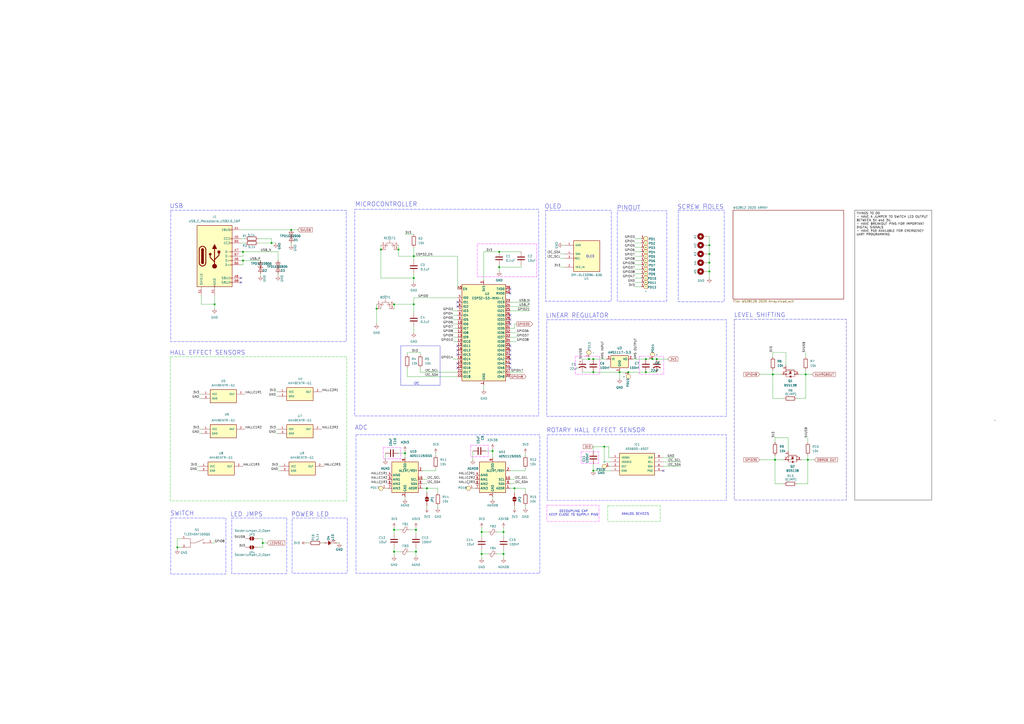
<source format=kicad_sch>
(kicad_sch (version 20231120) (generator "eeschema") (generator_version "8.0")
  (paper "A2")
  (title_block (title "KRONOS") (date "2024-11-05") (rev "V.3") (company "ADDEYX"))
  (junction (at 364.49 215.9))
  (junction (at 240.03 148.59))
  (junction (at 467.36 217.17))
  (junction (at 378.46 208.28))
  (junction (at 234.95 262.89))
  (junction (at 374.65 208.28))
  (junction (at 350.52 259.08))
  (junction (at 341.63 208.28))
  (junction (at 374.65 215.9))
  (junction (at 411.48 157.48))
  (junction (at 228.6 320.04))
  (junction (at 140.97 151.13))
  (junction (at 298.45 283.21))
  (junction (at 279.4 308.61))
  (junction (at 241.3 320.04))
  (junction (at 279.4 321.31))
  (junction (at 411.48 152.4))
  (junction (at 218.44 179.07))
  (junction (at 231.14 144.78))
  (junction (at 157.48 140.97))
  (junction (at 448.31 217.17))
  (junction (at 468.63 266.7))
  (junction (at 411.48 147.32))
  (junction (at 168.91 133.35))
  (junction (at 240.03 176.53))
  (junction (at 411.48 142.24))
  (junction (at 240.03 161.29))
  (junction (at 344.17 208.28))
  (junction (at 220.98 144.78))
  (junction (at 289.56 154.94))
  (junction (at 241.3 307.34))
  (junction (at 228.6 176.53))
  (junction (at 152.4 314.96))
  (junction (at 292.1 308.61))
  (junction (at 381 208.28))
  (junction (at 140.97 146.05))
  (junction (at 102.87 317.5))
  (junction (at 124.46 176.53))
  (junction (at 344.17 273.05))
  (junction (at 228.6 307.34))
  (junction (at 344.17 215.9))
  (junction (at 449.58 266.7))
  (junction (at 292.1 321.31))
  (junction (at 359.41 215.9))
  (junction (at 285.75 261.62))
  (junction (at 247.65 283.21))
  (junction (at 289.56 146.05))
  (no_connect (at 265.43 175.26))
  (no_connect (at 265.43 205.74))
  (no_connect (at 265.43 177.8))
  (no_connect (at 265.43 200.66))
  (no_connect (at 295.91 185.42))
  (no_connect (at 295.91 213.36))
  (no_connect (at 265.43 203.2))
  (no_connect (at 295.91 167.64))
  (no_connect (at 265.43 210.82))
  (no_connect (at 295.91 203.2))
  (no_connect (at 295.91 170.18))
  (no_connect (at 295.91 200.66))
  (no_connect (at 139.7 163.83))
  (no_connect (at 295.91 205.74))
  (no_connect (at 295.91 182.88))
  (no_connect (at 139.7 161.29))
  (no_connect (at 295.91 208.28))
  (no_connect (at 295.91 187.96))
  (no_connect (at 295.91 210.82))
  (no_connect (at 265.43 213.36))
  (no_connect (at 384.81 273.05))
  (wire (pts (xy 247.65 294.64) (xy 247.65 293.37)))
  (wire (pts (xy 149.86 317.5) (xy 152.4 317.5)))
  (wire (pts (xy 114.3 273.05) (xy 115.57 273.05)))
  (wire (pts (xy 240.03 189.23) (xy 240.03 193.04)))
  (wire (pts (xy 236.22 213.36) (xy 236.22 218.44)))
  (wire (pts (xy 262.89 193.04) (xy 265.43 193.04)))
  (wire (pts (xy 139.7 148.59) (xy 140.97 148.59)))
  (wire (pts (xy 350.52 259.08) (xy 350.52 267.97)))
  (wire (pts (xy 411.48 142.24) (xy 411.48 147.32)))
  (wire (pts (xy 241.3 306.07) (xy 241.3 307.34)))
  (wire (pts (xy 368.3 166.37) (xy 372.11 166.37)))
  (wire (pts (xy 384.81 267.97) (xy 394.97 267.97)))
  (wire (pts (xy 288.29 308.61) (xy 292.1 308.61)))
  (wire (pts (xy 298.45 278.13) (xy 295.91 278.13)))
  (wire (pts (xy 177.8 314.96) (xy 179.07 314.96)))
  (wire (pts (xy 372.11 161.29) (xy 368.3 161.29)))
  (wire (pts (xy 372.11 148.59) (xy 368.3 148.59)))
  (wire (pts (xy 448.31 214.63) (xy 448.31 217.17)))
  (wire (pts (xy 236.22 205.74) (xy 236.22 204.47)))
  (wire (pts (xy 325.12 154.94) (xy 327.66 154.94)))
  (wire (pts (xy 381 208.28) (xy 387.35 208.28)))
  (wire (pts (xy 231.14 144.78) (xy 231.14 148.59)))
  (wire (pts (xy 449.58 266.7) (xy 449.58 280.67)))
  (wire (pts (xy 325.12 147.32) (xy 327.66 147.32)))
  (wire (pts (xy 307.34 180.34) (xy 295.91 180.34)))
  (wire (pts (xy 449.58 254) (xy 449.58 256.54)))
  (wire (pts (xy 151.13 160.02) (xy 151.13 158.75)))
  (wire (pts (xy 304.8 293.37) (xy 304.8 294.64)))
  (wire (pts (xy 139.7 138.43) (xy 142.24 138.43)))
  (wire (pts (xy 285.75 261.62) (xy 285.75 260.35)))
  (wire (pts (xy 279.4 306.07) (xy 279.4 308.61)))
  (wire (pts (xy 449.58 266.7) (xy 454.66 266.7)))
  (wire (pts (xy 468.63 254) (xy 468.63 256.54)))
  (wire (pts (xy 299.72 187.96) (xy 298.45 187.96)))
  (wire (pts (xy 391.16 265.43) (xy 384.81 265.43)))
  (wire (pts (xy 228.6 307.34) (xy 232.41 307.34)))
  (wire (pts (xy 160.02 251.46) (xy 161.29 251.46)))
  (wire (pts (xy 195.58 314.96) (xy 196.85 314.96)))
  (wire (pts (xy 372.11 151.13) (xy 368.3 151.13)))
  (wire (pts (xy 161.29 270.51) (xy 162.56 270.51)))
  (wire (pts (xy 241.3 307.34) (xy 241.3 309.88)))
  (wire (pts (xy 440.69 266.7) (xy 449.58 266.7)))
  (wire (pts (xy 228.6 306.07) (xy 228.6 307.34)))
  (wire (pts (xy 245.11 283.21) (xy 247.65 283.21)))
  (wire (pts (xy 344.17 269.24) (xy 344.17 273.05)))
  (wire (pts (xy 115.57 251.46) (xy 116.84 251.46)))
  (wire (pts (xy 372.11 156.21) (xy 368.3 156.21)))
  (wire (pts (xy 302.26 154.94) (xy 289.56 154.94)))
  (wire (pts (xy 139.7 151.13) (xy 140.97 151.13)))
  (wire (pts (xy 220.98 142.24) (xy 220.98 144.78)))
  (wire (pts (xy 341.63 207.01) (xy 341.63 208.28)))
  (wire (pts (xy 152.4 314.96) (xy 152.4 317.5)))
  (wire (pts (xy 298.45 283.21) (xy 298.45 285.75)))
  (wire (pts (xy 252.73 273.05) (xy 252.73 271.78)))
  (wire (pts (xy 411.48 142.24) (xy 411.48 137.16)))
  (wire (pts (xy 247.65 283.21) (xy 247.65 285.75)))
  (wire (pts (xy 223.52 262.89) (xy 223.52 266.7)))
  (wire (pts (xy 292.1 321.31) (xy 292.1 323.85)))
  (wire (pts (xy 344.17 208.28) (xy 351.79 208.28)))
  (wire (pts (xy 262.89 185.42) (xy 265.43 185.42)))
  (wire (pts (xy 228.6 176.53) (xy 240.03 176.53)))
  (wire (pts (xy 288.29 321.31) (xy 292.1 321.31)))
  (wire (pts (xy 299.72 195.58) (xy 295.91 195.58)))
  (wire (pts (xy 372.11 158.75) (xy 368.3 158.75)))
  (wire (pts (xy 243.84 213.36) (xy 243.84 215.9)))
  (wire (pts (xy 139.7 133.35) (xy 168.91 133.35)))
  (wire (pts (xy 457.2 261.62) (xy 457.2 254)))
  (wire (pts (xy 411.48 147.32) (xy 410.21 147.32)))
  (wire (pts (xy 304.8 283.21) (xy 298.45 283.21)))
  (wire (pts (xy 262.89 190.5) (xy 265.43 190.5)))
  (wire (pts (xy 152.4 312.42) (xy 149.86 312.42)))
  (wire (pts (xy 236.22 204.47) (xy 243.84 204.47)))
  (wire (pts (xy 325.12 149.86) (xy 327.66 149.86)))
  (wire (pts (xy 228.6 317.5) (xy 228.6 320.04)))
  (wire (pts (xy 467.36 217.17) (xy 471.17 217.17)))
  (wire (pts (xy 279.4 318.77) (xy 279.4 321.31)))
  (wire (pts (xy 220.98 144.78) (xy 220.98 161.29)))
  (wire (pts (xy 411.48 161.29) (xy 411.48 157.48)))
  (wire (pts (xy 234.95 289.56) (xy 234.95 288.29)))
  (wire (pts (xy 295.91 177.8) (xy 307.34 177.8)))
  (wire (pts (xy 279.4 321.31) (xy 279.4 323.85)))
  (wire (pts (xy 237.49 307.34) (xy 241.3 307.34)))
  (wire (pts (xy 186.69 314.96) (xy 187.96 314.96)))
  (wire (pts (xy 337.82 208.28) (xy 341.63 208.28)))
  (wire (pts (xy 298.45 280.67) (xy 295.91 280.67)))
  (wire (pts (xy 462.28 231.14) (xy 467.36 231.14)))
  (wire (pts (xy 114.3 270.51) (xy 115.57 270.51)))
  (wire (pts (xy 359.41 215.9) (xy 359.41 219.71)))
  (wire (pts (xy 350.52 267.97) (xy 354.33 267.97)))
  (wire (pts (xy 353.06 265.43) (xy 354.33 265.43)))
  (wire (pts (xy 384.81 270.51) (xy 394.97 270.51)))
  (wire (pts (xy 411.48 152.4) (xy 411.48 157.48)))
  (wire (pts (xy 240.03 176.53) (xy 240.03 181.61)))
  (wire (pts (xy 285.75 261.62) (xy 285.75 265.43)))
  (wire (pts (xy 279.4 308.61) (xy 283.21 308.61)))
  (wire (pts (xy 154.94 314.96) (xy 152.4 314.96)))
  (wire (pts (xy 139.7 140.97) (xy 142.24 140.97)))
  (wire (pts (xy 289.56 157.48) (xy 289.56 154.94)))
  (wire (pts (xy 247.65 278.13) (xy 245.11 278.13)))
  (wire (pts (xy 295.91 273.05) (xy 304.8 273.05)))
  (wire (pts (xy 245.11 273.05) (xy 252.73 273.05)))
  (wire (pts (xy 139.7 153.67) (xy 140.97 153.67)))
  (wire (pts (xy 265.43 148.59) (xy 265.43 167.64)))
  (wire (pts (xy 457.2 254) (xy 449.58 254)))
  (wire (pts (xy 252.73 262.89) (xy 252.73 264.16)))
  (wire (pts (xy 124.46 176.53) (xy 116.84 176.53)))
  (wire (pts (xy 161.29 151.13) (xy 161.29 146.05)))
  (wire (pts (xy 298.45 187.96) (xy 298.45 190.5)))
  (wire (pts (xy 295.91 215.9) (xy 303.53 215.9)))
  (wire (pts (xy 254 283.21) (xy 247.65 283.21)))
  (wire (pts (xy 462.28 280.67) (xy 468.63 280.67)))
  (wire (pts (xy 228.6 307.34) (xy 228.6 309.88)))
  (wire (pts (xy 448.31 231.14) (xy 454.66 231.14)))
  (wire (pts (xy 279.4 308.61) (xy 279.4 311.15)))
  (wire (pts (xy 262.89 182.88) (xy 265.43 182.88)))
  (wire (pts (xy 302.26 153.67) (xy 302.26 154.94)))
  (wire (pts (xy 115.57 248.92) (xy 116.84 248.92)))
  (wire (pts (xy 152.4 312.42) (xy 152.4 314.96)))
  (wire (pts (xy 160.02 248.92) (xy 161.29 248.92)))
  (wire (pts (xy 236.22 218.44) (xy 265.43 218.44)))
  (wire (pts (xy 344.17 259.08) (xy 350.52 259.08)))
  (wire (pts (xy 161.29 273.05) (xy 162.56 273.05)))
  (wire (pts (xy 228.6 179.07) (xy 228.6 176.53)))
  (wire (pts (xy 160.02 140.97) (xy 157.48 140.97)))
  (wire (pts (xy 298.45 190.5) (xy 295.91 190.5)))
  (wire (pts (xy 102.87 312.42) (xy 105.41 312.42)))
  (wire (pts (xy 241.3 320.04) (xy 241.3 322.58)))
  (wire (pts (xy 218.44 179.07) (xy 218.44 187.96)))
  (wire (pts (xy 463.55 217.17) (xy 467.36 217.17)))
  (wire (pts (xy 160.02 229.87) (xy 161.29 229.87)))
  (wire (pts (xy 231.14 262.89) (xy 234.95 262.89)))
  (wire (pts (xy 149.86 140.97) (xy 157.48 140.97)))
  (wire (pts (xy 231.14 148.59) (xy 240.03 148.59)))
  (wire (pts (xy 455.93 204.47) (xy 448.31 204.47)))
  (wire (pts (xy 115.57 231.14) (xy 116.84 231.14)))
  (wire (pts (xy 161.29 160.02) (xy 161.29 158.75)))
  (wire (pts (xy 218.44 176.53) (xy 218.44 179.07)))
  (wire (pts (xy 237.49 320.04) (xy 241.3 320.04)))
  (wire (pts (xy 307.34 175.26) (xy 295.91 175.26)))
  (wire (pts (xy 467.36 231.14) (xy 467.36 217.17)))
  (wire (pts (xy 116.84 176.53) (xy 116.84 171.45)))
  (wire (pts (xy 262.89 180.34) (xy 265.43 180.34)))
  (wire (pts (xy 140.97 151.13) (xy 151.13 151.13)))
  (wire (pts (xy 234.95 135.89) (xy 240.03 135.89)))
  (wire (pts (xy 274.32 261.62) (xy 274.32 266.7)))
  (wire (pts (xy 262.89 195.58) (xy 265.43 195.58)))
  (wire (pts (xy 440.69 217.17) (xy 448.31 217.17)))
  (wire (pts (xy 299.72 198.12) (xy 295.91 198.12)))
  (wire (pts (xy 344.17 215.9) (xy 359.41 215.9)))
  (wire (pts (xy 102.87 312.42) (xy 102.87 317.5)))
  (wire (pts (xy 448.31 204.47) (xy 448.31 207.01)))
  (wire (pts (xy 124.46 179.07) (xy 124.46 176.53)))
  (wire (pts (xy 468.63 266.7) (xy 472.44 266.7)))
  (wire (pts (xy 228.6 320.04) (xy 232.41 320.04)))
  (wire (pts (xy 368.3 163.83) (xy 372.11 163.83)))
  (wire (pts (xy 353.06 259.08) (xy 353.06 265.43)))
  (wire (pts (xy 281.94 261.62) (xy 285.75 261.62)))
  (wire (pts (xy 240.03 172.72) (xy 240.03 176.53)))
  (wire (pts (xy 115.57 228.6) (xy 116.84 228.6)))
  (wire (pts (xy 468.63 280.67) (xy 468.63 266.7)))
  (wire (pts (xy 240.03 148.59) (xy 265.43 148.59)))
  (wire (pts (xy 240.03 172.72) (xy 265.43 172.72)))
  (wire (pts (xy 337.82 215.9) (xy 344.17 215.9)))
  (wire (pts (xy 168.91 142.24) (xy 168.91 140.97)))
  (wire (pts (xy 149.86 138.43) (xy 157.48 138.43)))
  (wire (pts (xy 234.95 261.62) (xy 234.95 262.89)))
  (wire (pts (xy 350.52 259.08) (xy 353.06 259.08)))
  (wire (pts (xy 468.63 264.16) (xy 468.63 266.7)))
  (wire (pts (xy 449.58 280.67) (xy 454.66 280.67)))
  (wire (pts (xy 326.39 142.24) (xy 327.66 142.24)))
  (wire (pts (xy 234.95 262.89) (xy 234.95 265.43)))
  (wire (pts (xy 280.67 226.06) (xy 280.67 223.52)))
  (wire (pts (xy 464.82 266.7) (xy 468.63 266.7)))
  (wire (pts (xy 285.75 289.56) (xy 285.75 288.29)))
  (wire (pts (xy 372.11 146.05) (xy 368.3 146.05)))
  (wire (pts (xy 292.1 306.07) (xy 292.1 308.61)))
  (wire (pts (xy 240.03 161.29) (xy 240.03 158.75)))
  (wire (pts (xy 157.48 138.43) (xy 157.48 140.97)))
  (wire (pts (xy 372.11 153.67) (xy 368.3 153.67)))
  (wire (pts (xy 374.65 208.28) (xy 378.46 208.28)))
  (wire (pts (xy 262.89 198.12) (xy 265.43 198.12)))
  (wire (pts (xy 289.56 154.94) (xy 289.56 153.67)))
  (wire (pts (xy 448.31 217.17) (xy 448.31 231.14)))
  (wire (pts (xy 372.11 138.43) (xy 368.3 138.43)))
  (wire (pts (xy 304.8 262.89) (xy 304.8 264.16)))
  (wire (pts (xy 364.49 215.9) (xy 374.65 215.9)))
  (wire (pts (xy 105.41 317.5) (xy 102.87 317.5)))
  (wire (pts (xy 344.17 259.08) (xy 344.17 261.62)))
  (wire (pts (xy 359.41 215.9) (xy 364.49 215.9)))
  (wire (pts (xy 298.45 294.64) (xy 298.45 293.37)))
  (wire (pts (xy 254 293.37) (xy 254 294.64)))
  (wire (pts (xy 124.46 171.45) (xy 124.46 176.53)))
  (wire (pts (xy 372.11 143.51) (xy 368.3 143.51)))
  (wire (pts (xy 240.03 148.59) (xy 240.03 151.13)))
  (wire (pts (xy 372.11 140.97) (xy 368.3 140.97)))
  (wire (pts (xy 241.3 317.5) (xy 241.3 320.04)))
  (wire (pts (xy 292.1 308.61) (xy 292.1 311.15)))
  (wire (pts (xy 240.03 163.83) (xy 240.03 161.29)))
  (wire (pts (xy 410.21 137.16) (xy 411.48 137.16)))
  (wire (pts (xy 292.1 318.77) (xy 292.1 321.31)))
  (wire (pts (xy 140.97 146.05) (xy 161.29 146.05)))
  (wire (pts (xy 411.48 152.4) (xy 411.48 147.32)))
  (wire (pts (xy 299.72 193.04) (xy 295.91 193.04)))
  (wire (pts (xy 304.8 285.75) (xy 304.8 283.21)))
  (wire (pts (xy 140.97 148.59) (xy 140.97 146.05)))
  (wire (pts (xy 228.6 320.04) (xy 228.6 322.58)))
  (wire (pts (xy 410.21 142.24) (xy 411.48 142.24)))
  (wire (pts (xy 262.89 187.96) (xy 265.43 187.96)))
  (wire (pts (xy 140.97 153.67) (xy 140.97 151.13)))
  (wire (pts (xy 139.7 146.05) (xy 140.97 146.05)))
  (wire (pts (xy 341.63 208.28) (xy 344.17 208.28)))
  (wire (pts (xy 304.8 273.05) (xy 304.8 271.78)))
  (wire (pts (xy 280.67 146.05) (xy 280.67 162.56)))
  (wire (pts (xy 274.32 283.21) (xy 275.59 283.21)))
  (wire (pts (xy 344.17 273.05) (xy 354.33 273.05)))
  (wire (pts (xy 378.46 208.28) (xy 381 208.28)))
  (wire (pts (xy 448.31 217.17) (xy 453.39 217.17)))
  (wire (pts (xy 124.46 314.96) (xy 123.19 314.96)))
  (wire (pts (xy 367.03 208.28) (xy 374.65 208.28)))
  (wire (pts (xy 223.52 283.21) (xy 224.79 283.21)))
  (wire (pts (xy 467.36 214.63) (xy 467.36 217.17)))
  (wire (pts (xy 411.48 152.4) (xy 410.21 152.4)))
  (wire (pts (xy 220.98 161.29) (xy 240.03 161.29)))
  (wire (pts (xy 231.14 142.24) (xy 231.14 144.78)))
  (wire (pts (xy 262.89 208.28) (xy 265.43 208.28)))
  (wire (pts (xy 295.91 283.21) (xy 298.45 283.21)))
  (wire (pts (xy 240.03 148.59) (xy 240.03 143.51)))
  (wire (pts (xy 243.84 204.47) (xy 243.84 205.74)))
  (wire (pts (xy 449.58 264.16) (xy 449.58 266.7)))
  (wire (pts (xy 279.4 321.31) (xy 283.21 321.31)))
  (wire (pts (xy 374.65 215.9) (xy 381 215.9)))
  (wire (pts (xy 467.36 204.47) (xy 467.36 207.01)))
  (wire (pts (xy 353.06 270.51) (xy 354.33 270.51)))
  (wire (pts (xy 102.87 318.77) (xy 102.87 317.5)))
  (wire (pts (xy 302.26 146.05) (xy 289.56 146.05)))
  (wire (pts (xy 160.02 227.33) (xy 161.29 227.33)))
  (wire (pts (xy 254 285.75) (xy 254 283.21)))
  (wire (pts (xy 168.91 133.35) (xy 172.72 133.35)))
  (wire (pts (xy 243.84 215.9) (xy 265.43 215.9)))
  (wire (pts (xy 455.93 212.09) (xy 455.93 204.47)))
  (wire (pts (xy 411.48 157.48) (xy 410.21 157.48)))
  (wire (pts (xy 247.65 280.67) (xy 245.11 280.67)))
  (wire (pts (xy 289.56 146.05) (xy 280.67 146.05)))
  (rectangle (start 98.806 206.883) (end 201.168 290.576) (stroke (width 0) (type dash) (color 0 194 0 1)))
  (rectangle (start 370.84 206.756) (end 385.064 217.17) (stroke (width 0) (type dash) (color 255 0 255 1)))
  (rectangle (start 134.366 300.482) (end 166.37 332.74) (stroke (width 0) (type dash) (color 0 0 255 1)))
  (rectangle (start 352.552 293.37) (end 383.032 302.514) (stroke (width 0) (type dash) (color 0 194 0 1)))
  (rectangle (start 206.502 252.222) (end 313.182 332.486) (stroke (width 0) (type dash) (color 0 0 255 1)))
  (rectangle (start 393.446 121.92) (end 420.116 175.006) (stroke (width 0) (type dash) (color 0 0 255 1)))
  (rectangle (start 205.74 121.412) (end 312.42 241.3) (stroke (width 0) (type dash) (color 0 0 255 1)))
  (rectangle (start 317.5 252.222) (end 421.386 290.322) (stroke (width 0) (type dash) (color 0 0 255 1)))
  (rectangle (start 99.06 121.92) (end 200.914 198.12) (stroke (width 0) (type dash) (color 0 0 255 1)))
  (rectangle (start 232.41 200.66) (end 255.27 223.52))
  (rectangle (start 333.756 206.756) (end 347.98 217.17) (stroke (width 0) (type dash) (color 255 0 255 1)))
  (rectangle (start 99.06 300.482) (end 131.064 332.994) (stroke (width 0) (type dash) (color 0 0 255 1)))
  (rectangle (start 317.246 185.42) (end 421.386 241.554) (stroke (width 0) (type dash) (color 0 0 255 1)))
  (rectangle (start 276.86 141.478) (end 311.404 160.528) (stroke (width 0) (type dash) (color 255 0 255 1)))
  (rectangle (start 222.25 259.588) (end 232.41 266.192) (stroke (width 0) (type dash) (color 255 0 255 1)))
  (rectangle (start 358.14 122.174) (end 386.842 174.752) (stroke (width 0) (type dash) (color 0 0 255 1)))
  (rectangle (start 169.418 300.482) (end 201.422 332.486) (stroke (width 0) (type dash) (color 0 0 255 1)))
  (rectangle (start 317.246 293.116) (end 347.472 302.514) (stroke (width 0) (type dash) (color 255 0 255 1)))
  (rectangle (start 273.05 258.318) (end 283.21 264.922) (stroke (width 0) (type dash) (color 255 0 255 1)))
  (rectangle (start 337.058 262.128) (end 347.218 268.732) (stroke (width 0) (type dash) (color 255 0 255 1)))
  (rectangle (start 316.484 121.92) (end 354.584 174.752) (stroke (width 0) (type dash) (color 0 0 255 1)))
  (rectangle (start 425.958 185.166) (end 490.982 290.068) (stroke (width 0) (type dash)))
  (text_box "THINGS TO DO\n- HAVE A JUMPER TO SWITCH LED OUTPUT BETWEEN 5V and 3V.\n- HAVE BREAKOUT PINS FOR IMPORTANT DIGITAL SIGNALS\n- HAVE PAD AVAILABLE FOR EMERGENCY UART PROGRAMMING\n" (at 495.808 121.92 0) (size 44.704 168.148) (stroke (width 0) (color 0 0 0 1)) (effects (font (size 1.27 1.27)) (justify left top)))
  (text "LEVEL SHIFTING\n" (at 440.69 182.88 0) (effects (font (size 2.54 2.54))))
  (text "SCREW HOLES\n" (at 406.4 120.142 0) (effects (font (size 2.54 2.54))))
  (text "LINEAR REGULATOR " (at 335.788 183.134 0) (effects (font (size 2.54 2.54))))
  (text "HALL EFFECT SENSORS" (at 120.396 204.724 0) (effects (font (size 2.54 2.54))))
  (text "MICROCONTROLLER" (at 224.028 118.618 0) (effects (font (size 2.54 2.54))))
  (text "USB" (at 102.362 119.634 0) (effects (font (size 2.54 2.54))))
  (text "OLED" (at 320.802 119.888 0) (effects (font (size 2.54 2.54))))
  (text "OLED\n" (at 342.392 148.844 0) (effects (font (size 1.27 1.27))))
  (text "ANALOG DEVICES" (at 368.554 298.196 0) (effects (font (size 1.27 1.27))))
  (text "I2C" (at 241.554 222.504 0) (effects (font (size 1.27 1.27))))
  (text "SWITCH\n" (at 105.664 297.942 0) (effects (font (size 2.54 2.54))))
  (text "LED JMPS\n" (at 143.002 298.45 0) (effects (font (size 2.54 2.54))))
  (text "-" (at 408.94 118.364 0) (effects (font (size 2.54 2.54))))
  (text "ROTARY HALL EFFECT SENSOR" (at 345.694 249.682 0) (effects (font (size 2.54 2.54))))
  (text "POWER LED\n" (at 179.832 298.45 0) (effects (font (size 2.54 2.54))))
  (text "DECOUPLING CAP\nKEEP CLOSE TO SUPPLY PINS" (at 332.74 297.688 0) (effects (font (size 1.27 1.27))))
  (text "PINOUT\n" (at 364.744 120.65 0) (effects (font (size 2.54 2.54))))
  (text "ADC" (at 209.55 248.158 0) (effects (font (size 2.54 2.54))))
  (label "HALLC1R1" (at 224.79 275.59 180))
  (label "3V3" (at 142.24 317.5 180))
  (label "USB_P" (at 307.34 177.8 180))
  (label "HALLC1R3" (at 224.79 280.67 180))
  (label "HALLC2R3" (at 275.59 280.67 180))
  (label "GPIO21" (at 307.34 180.34 180))
  (label "GND" (at 391.16 265.43 180))
  (label "3V3" (at 114.3 270.51 180))
  (label "GPIO4" (at 262.89 182.88 180))
  (label "GND" (at 115.57 231.14 180))
  (label "I2C_SCL" (at 298.45 278.13 0))
  (label "GPIO10" (at 262.89 198.12 180))
  (label "3V3" (at 160.02 227.33 180))
  (label "GND" (at 160.02 229.87 180))
  (label "GPIO7" (at 368.3 148.59 180))
  (label "GPIO38" (at 299.72 198.12 0))
  (label "I2C_SDA" (at 247.65 280.67 0))
  (label "3V3" (at 368.3 166.37 180))
  (label "GND" (at 114.3 273.05 180))
  (label "GPIO0" (at 242.57 172.72 0))
  (label "GPIO7" (at 262.89 190.5 180))
  (label "USB_P" (at 151.13 151.13 180))
  (label "5VUSB" (at 337.82 208.28 90))
  (label "GPIO8" (at 124.46 314.96 0))
  (label "GND" (at 115.57 251.46 180))
  (label "I2C_SCL" (at 247.65 278.13 0))
  (label "3V3" (at 448.31 204.47 90))
  (label "GPIO36" (at 299.72 193.04 0))
  (label "HALLC1R2" (at 224.79 278.13 180))
  (label "HALLC1R2" (at 142.24 248.92 0))
  (label "GPIO4" (at 368.3 140.97 180))
  (label "5VUSB" (at 468.63 254 90))
  (label "GPIO6" (at 368.3 146.05 180))
  (label "3V3" (at 115.57 248.92 180))
  (label "I2C_SDA" (at 246.38 218.44 0))
  (label "AMS OUTPUT" (at 369.57 208.28 90))
  (label "3V3" (at 238.76 204.47 0))
  (label "GPIO37" (at 368.3 156.21 180))
  (label "I2C_SCL" (at 394.97 267.97 180))
  (label "3V3" (at 325.12 154.94 180))
  (label "GPIO14" (at 262.89 208.28 180))
  (label "ESP32_EN" (at 241.3 148.59 0))
  (label "GPIO36" (at 368.3 153.67 180))
  (label "HALLC2R3" (at 187.96 270.51 0))
  (label "I2C_SDA" (at 298.45 280.67 0))
  (label "GPIO6" (at 262.89 187.96 180))
  (label "GPIO38" (at 368.3 158.75 180))
  (label "HALLC1R3" (at 140.97 270.51 0))
  (label "HALLC2R1" (at 186.69 227.33 0))
  (label "3V3" (at 160.02 248.92 180))
  (label "3V3" (at 161.29 270.51 180))
  (label "USB_N" (at 151.13 146.05 0))
  (label "HALLC2R2" (at 275.59 278.13 180))
  (label "USB_N" (at 307.34 175.26 180))
  (label "GND" (at 368.3 163.83 180))
  (label "GPIO9" (at 262.89 195.58 180))
  (label "HALLC2R2" (at 186.69 248.92 0))
  (label "I2C_SDA" (at 325.12 147.32 180))
  (label "HALLC1R1" (at 142.24 228.6 0))
  (label "GPIO47" (at 303.53 215.9 180))
  (label "5VUSB" (at 142.24 312.42 180))
  (label "GPIO37" (at 299.72 195.58 0))
  (label "GND" (at 160.02 251.46 180))
  (label "5VUSB" (at 467.36 204.47 90))
  (label "3V3" (at 449.58 254 90))
  (label "I2C_SCL" (at 325.12 149.86 180))
  (label "3V3" (at 234.95 135.89 0))
  (label "GND" (at 161.29 273.05 180))
  (label "I2C_SDA" (at 394.97 270.51 180))
  (label "GPIO3" (at 262.89 180.34 180))
  (label "HALLC2R1" (at 275.59 275.59 180))
  (label "GPIO5" (at 262.89 185.42 180))
  (label "GPIO47" (at 368.3 161.29 180))
  (label "3V3" (at 115.57 228.6 180))
  (label "AMS INPUT" (at 350.52 208.28 90))
  (label "GPIO8" (at 368.3 151.13 180))
  (label "3V3" (at 281.94 146.05 0))
  (label "I2C_SCL" (at 246.38 215.9 0))
  (label "GPIO8" (at 262.89 193.04 180))
  (label "GPIO3" (at 368.3 138.43 180))
  (label "GPIO5" (at 368.3 143.51 180))
  (global_label "GPIO35" (shape output) (at 299.72 187.96 0) (property "Intersheetrefs" "${INTERSHEET_REFS}" (effects (hide yes))))
  (global_label "LEDVSEL" (shape input) (at 154.94 314.96 0) (property "Intersheetrefs" "${INTERSHEET_REFS}" (effects (hide yes))))
  (global_label "GPIO35" (shape input) (at 440.69 266.7 180) (property "Intersheetrefs" "${INTERSHEET_REFS}" (effects (hide yes))))
  (global_label "AUXRGBOUT" (shape input) (at 471.17 217.17 0) (property "Intersheetrefs" "${INTERSHEET_REFS}" (effects (hide yes))))
  (global_label "5VUSB" (shape input) (at 172.72 133.35 0) (property "Intersheetrefs" "${INTERSHEET_REFS}" (effects (hide yes))))
  (global_label "3V3" (shape input) (at 387.35 208.28 0) (property "Intersheetrefs" "${INTERSHEET_REFS}" (effects (hide yes))))
  (global_label "3V3" (shape input) (at 344.17 259.08 180) (property "Intersheetrefs" "${INTERSHEET_REFS}" (effects (hide yes))))
  (global_label "GPIO48" (shape output) (at 295.91 218.44 0) (property "Intersheetrefs" "${INTERSHEET_REFS}" (effects (hide yes))))
  (global_label "GPIO48" (shape input) (at 440.69 217.17 180) (property "Intersheetrefs" "${INTERSHEET_REFS}" (effects (hide yes))))
  (global_label "OBRGB OUT" (shape input) (at 472.44 266.7 0) (property "Intersheetrefs" "${INTERSHEET_REFS}" (effects (hide yes))))
  (symbol (lib_id "power:VCC") (at 279.4 306.07 0) (unit 1)
    (property "Reference" "#PWR028" (effects (hide yes)))
    (property "Value" "3V3" (at 279.4 300.99 0))
    (property "Description" "Power symbol creates a global label with name \"VCC\"" (effects (hide yes)))
  )
  (symbol (lib_id "Device:R") (at 240.03 139.7 0) (unit 1)
    (property "Reference" "R2" (at 242.57 138.4299 0) (effects (justify left)))
    (property "Value" "10k" (at 242.57 140.9699 0) (effects (justify left)))
    (property "Footprint" "Resistor_SMD:R_0603_1608Metric" (effects (hide yes)))
    (property "Description" "Resistor" (effects (hide yes)))
  )
  (symbol (lib_id "1_my_custom_symbol_library:TEST_PAD") (at 350.52 270.51 180) (unit 1) (in_bom no)
    (property "Reference" "PD16" (at 348.488 272.288 0))
    (property "Value" "~" (at 350.52 267.97 0))
    (property "Footprint" "1_my_custom_libary_pretty:TEST_PAD" (effects (hide yes)))
  )
  (symbol (lib_id "Device:C") (at 240.03 185.42 0) (unit 1)
    (property "Reference" "C4" (at 243.84 184.1499 0) (effects (justify left)))
    (property "Value" "0.1uF" (at 243.84 186.6899 0) (effects (justify left)))
    (property "Footprint" "Capacitor_SMD:C_0603_1608Metric" (effects (hide yes)))
    (property "Description" "Unpolarized capacitor" (effects (hide yes)))
  )
  (symbol (lib_id "Device:R") (at 243.84 209.55 0) (unit 1)
    (property "Reference" "R5" (at 246.38 208.2799 0) (effects (justify left)))
    (property "Value" "10k" (at 246.38 210.8199 0) (effects (justify left)))
    (property "Footprint" "Resistor_SMD:R_0603_1608Metric" (effects (hide yes)))
    (property "Description" "Resistor" (effects (hide yes)))
  )
  (symbol (lib_id "1_my_custom_symbol_library:TEST_PAD") (at 271.78 283.21 180) (unit 1) (in_bom no)
    (property "Reference" "PD18" (at 268.224 282.956 0))
    (property "Value" "~" (at 271.78 280.67 0))
    (property "Footprint" "1_my_custom_libary_pretty:Test_Pad2" (effects (hide yes)))
  )
  (symbol (lib_id "power:VCC") (at 228.6 306.07 0) (unit 1)
    (property "Reference" "#PWR030" (effects (hide yes)))
    (property "Value" "3V3" (at 228.6 300.99 0))
    (property "Description" "Power symbol creates a global label with name \"VCC\"" (effects (hide yes)))
  )
  (symbol (lib_id "Device:C_Polarized_US") (at 337.82 212.09 0) (unit 1)
    (property "Reference" "C5" (at 331.47 211.328 0) (effects (justify left)))
    (property "Value" "22uF" (at 330.454 213.868 0) (effects (justify left)))
    (property "Footprint" "Capacitor_SMD:C_1206_3216Metric" (effects (hide yes)))
    (property "Description" "Polarized capacitor, US symbol" (effects (hide yes)))
  )
  (symbol (lib_id "Regulator_Linear:AMS1117-3.3") (at 359.41 208.28 0) (unit 1)
    (property "Reference" "U3" (at 359.41 201.93 0))
    (property "Value" "AMS1117-3.3" (at 359.41 204.47 0))
    (property "Footprint" "Package_TO_SOT_SMD:SOT-223-3_TabPin2" (effects (hide yes)))
    (property "Datasheet" "http://www.advanced-monolithic.com/pdf/ds1117.pdf" (effects (hide yes)))
    (property "Description" "1A Low Dropout regulator, positive, 3.3V fixed output, SOT-223" (effects (hide yes)))
  )
  (symbol (lib_id "power:GND") (at 254 294.64 0) (unit 1)
    (property "Reference" "#PWR025" (effects (hide yes)))
    (property "Value" "GND" (at 254 299.72 0))
    (property "Description" "Power symbol creates a global label with name \"GND\" , ground" (effects (hide yes)))
  )
  (symbol (lib_id "1_my_custom_symbol_library:TL3340AF160QG") (at 115.57 314.96 0) (unit 1)
    (property "Reference" "S1" (at 114.3 307.34 0))
    (property "Value" "TL3340AF160QG" (at 114.3 309.88 0))
    (property "Footprint" "1_my_custom_libary_pretty:SW_TL3340AF160QG" (effects (hide yes)))
    (property "Description" "Tactile Switch SPST-NO Side Actuated Surface Mount, Right Angle" (effects (hide yes)))
    (property "MF" "E-Switch" (effects (hide yes)))
    (property "PACKAGE" "None" (effects (hide yes)))
    (property "PRICE" "None" (effects (hide yes)))
    (property "Package" "None" (effects (hide yes)))
    (property "Check_prices" "https://www.snapeda.com/parts/TL3340AF160QG/E-Switch/view-part/?ref=eda" (effects (hide yes)))
    (property "Price" "None" (effects (hide yes)))
    (property "SnapEDA_Link" "https://www.snapeda.com/parts/TL3340AF160QG/E-Switch/view-part/?ref=snap" (effects (hide yes)))
    (property "MP" "TL3340AF160QG" (effects (hide yes)))
    (property "Description_1" "\n                        \n                            Tactile Switch SPST-NO Side Actuated Surface Mount, Right Angle\n                        \n" (effects (hide yes)))
    (property "Availability" "In Stock" (effects (hide yes)))
    (property "AVAILABILITY" "In Stock" (effects (hide yes)))
    (property "PURCHASE-URL" "https://pricing.snapeda.com/search/part/TL3340AF160QG/?ref=eda" (effects (hide yes)))
  )
  (symbol (lib_id "1_my_custom_symbol_library:TEST_PAD") (at 374.65 153.67 0) (unit 1) (in_bom no)
    (property "Reference" "PD7" (at 378.206 153.924 0))
    (property "Value" "~" (at 374.65 156.21 0))
    (property "Footprint" "1_my_custom_libary_pretty:Test_Pad2" (effects (hide yes)))
  )
  (symbol (lib_id "1_my_custom_symbol_library:AH49ENTR-G1") (at 116.84 228.6 0) (unit 1)
    (property "Reference" "U5" (at 129.54 220.98 0))
    (property "Value" "AH49ENTR-G1" (at 129.54 223.52 0))
    (property "Footprint" "1_my_custom_libary_pretty:SOT95P280X145-3N" (effects (hide yes)))
    (property "Description" "DiodesZetex AH49ENTR-G1, Linear Hall Effect Sensor Switch 3-Pin SOT-23, 3  6.5 V" (effects (hide yes)))
    (property "MANUFACTURER_NAME" "Diodes Inc." (effects (hide yes)))
    (property "MF" "Diodes Inc." (effects (hide yes)))
    (property "MOUSER_PRICE-STOCK" "https://www.mouser.co.uk/ProductDetail/Diodes-Incorporated/AH49ENTR-G1?qs=x6A8l6qLYDChHuIEC%252B%252B1Zg%3D%3D" (effects (hide yes)))
    (property "MOUSER_PART_NUMBER" "621-AH49ENTR-G1" (effects (hide yes)))
    (property "Price" "None" (effects (hide yes)))
    (property "Package" "SOT-23-3 Diodes Inc." (effects (hide yes)))
    (property "Check_prices" "https://www.snapeda.com/parts/AH49ENTR-G1/Diodes+Inc./view-part/?ref=eda" (effects (hide yes)))
    (property "HEIGHT" "1.45mm" (effects (hide yes)))
    (property "MP" "AH49ENTR-G1" (effects (hide yes)))
    (property "SnapEDA_Link" "https://www.snapeda.com/parts/AH49ENTR-G1/Diodes+Inc./view-part/?ref=snap" (effects (hide yes)))
    (property "ARROW_PRICE-STOCK" "https://www.arrow.com/en/products/ah49entr-g1/diodes-incorporated?region=nac" (effects (hide yes)))
    (property "ARROW_PART_NUMBER" "AH49ENTR-G1" (effects (hide yes)))
    (property "Description_1" "\nLinear Hall-Effect 3V-6.5V SOT-23 | Diodes Inc AH49ENTR-G1\n" (effects (hide yes)))
    (property "Availability" "In Stock" (effects (hide yes)))
    (property "MANUFACTURER_PART_NUMBER" "AH49ENTR-G1" (effects (hide yes)))
  )
  (symbol (lib_id "power:GND") (at 292.1 323.85 0) (unit 1)
    (property "Reference" "#PWR037" (effects (hide yes)))
    (property "Value" "AGNDB" (at 292.1 328.93 0))
    (property "Description" "Power symbol creates a global label with name \"GND\" , ground" (effects (hide yes)))
  )
  (symbol (lib_id "power:GND") (at 304.8 294.64 0) (unit 1)
    (property "Reference" "#PWR027" (effects (hide yes)))
    (property "Value" "GND" (at 304.8 299.72 0))
    (property "Description" "Power symbol creates a global label with name \"GND\" , ground" (effects (hide yes)))
  )
  (symbol (lib_id "power:VCC") (at 177.8 314.96 90) (unit 1)
    (property "Reference" "#PWR032" (effects (hide yes)))
    (property "Value" "3V3" (at 173.99 314.9599 90) (effects (justify left)))
    (property "Description" "Power symbol creates a global label with name \"VCC\"" (effects (hide yes)))
  )
  (symbol (lib_id "power:GND") (at 240.03 163.83 0) (unit 1)
    (property "Reference" "#PWR09" (effects (hide yes)))
    (property "Value" "GND" (at 240.03 168.402 0))
    (property "Description" "Power symbol creates a global label with name \"GND\" , ground" (effects (hide yes)))
  )
  (symbol (lib_id "Device:FerriteBead_Small") (at 285.75 321.31 90) (unit 1)
    (property "Reference" "FB4" (at 286.004 318.008 90))
    (property "Value" "FerriteBead_Small" (effects (hide yes)))
    (property "Footprint" "Resistor_SMD:R_0603_1608Metric" (effects (hide yes)))
    (property "Description" "Ferrite bead, small symbol" (effects (hide yes)))
  )
  (symbol (lib_id "power:GND") (at 240.03 193.04 0) (unit 1)
    (property "Reference" "#PWR012" (effects (hide yes)))
    (property "Value" "GND" (at 240.03 198.12 0))
    (property "Description" "Power symbol creates a global label with name \"GND\" , ground" (effects (hide yes)))
  )
  (symbol (lib_id "1_my_custom_symbol_library:BSS138") (at 459.74 264.16 270) (unit 1)
    (property "Reference" "Q2" (at 459.74 270.51 90))
    (property "Value" "BSS138" (at 459.74 273.05 90))
    (property "Footprint" "1_my_custom_libary_pretty:SOT95P240X111-3N" (effects (hide yes)))
    (property "MF" "onsemi" (effects (hide yes)))
    (property "MAXIMUM_PACKAGE_HEIGHT" "1.11 mm" (effects (hide yes)))
    (property "Package" "SOT-23-3 ON Semiconductor" (effects (hide yes)))
    (property "Price" "None" (effects (hide yes)))
    (property "Check_prices" "https://www.snapeda.com/parts/BSS138/Onsemi/view-part/?ref=eda" (effects (hide yes)))
    (property "STANDARD" "IPC 7351B" (effects (hide yes)))
    (property "PARTREV" "30 Jan 2018" (effects (hide yes)))
    (property "SnapEDA_Link" "https://www.snapeda.com/parts/BSS138/Onsemi/view-part/?ref=snap" (effects (hide yes)))
    (property "MP" "BSS138" (effects (hide yes)))
    (property "Description_1" "\n                        \n                            N-Channel 50 V 220mA (Ta) 350mW (Ta) Surface Mount SOT-23-3\n                        \n" (effects (hide yes)))
    (property "Availability" "In Stock" (effects (hide yes)))
    (property "MANUFACTURER" "ON Semiconductor" (effects (hide yes)))
  )
  (symbol (lib_id "1_my_custom_symbol_library:TEST_PAD") (at 220.98 283.21 180) (unit 1) (in_bom no)
    (property "Reference" "PD17" (at 217.424 282.956 0))
    (property "Value" "~" (at 220.98 280.67 0))
    (property "Footprint" "1_my_custom_libary_pretty:Test_Pad2" (effects (hide yes)))
  )
  (symbol (lib_id "Device:C") (at 241.3 313.69 180) (unit 1)
    (property "Reference" "C13" (at 244.602 311.912 0) (effects (justify right)))
    (property "Value" "100nf" (at 244.602 314.452 0) (effects (justify right)))
    (property "Footprint" "Capacitor_SMD:C_0603_1608Metric" (effects (hide yes)))
    (property "Description" "Unpolarized capacitor" (effects (hide yes)))
  )
  (symbol (lib_id "power:VCC") (at 252.73 262.89 0) (unit 1)
    (property "Reference" "#PWR017" (effects (hide yes)))
    (property "Value" "3V3" (at 252.73 257.81 0))
    (property "Description" "Power symbol creates a global label with name \"VCC\"" (effects (hide yes)))
  )
  (symbol (lib_id "power:GND") (at 241.3 322.58 0) (unit 1)
    (property "Reference" "#PWR035" (effects (hide yes)))
    (property "Value" "AGND" (at 241.3 327.66 0))
    (property "Description" "Power symbol creates a global label with name \"GND\" , ground" (effects (hide yes)))
  )
  (symbol (lib_id "power:GND") (at 411.48 161.29 0) (unit 1)
    (property "Reference" "#PWR07" (effects (hide yes)))
    (property "Value" "GND" (at 404.622 162.814 0) (effects (justify left)))
    (property "Description" "Power symbol creates a global label with name \"GND\" , ground" (effects (hide yes)))
  )
  (symbol (lib_id "1_my_custom_symbol_library:BSS138") (at 458.47 214.63 270) (unit 1)
    (property "Reference" "Q1" (at 458.47 220.98 90))
    (property "Value" "BSS138" (at 458.47 223.52 90))
    (property "Footprint" "1_my_custom_libary_pretty:SOT95P240X111-3N" (effects (hide yes)))
    (property "MF" "onsemi" (effects (hide yes)))
    (property "MAXIMUM_PACKAGE_HEIGHT" "1.11 mm" (effects (hide yes)))
    (property "Package" "SOT-23-3 ON Semiconductor" (effects (hide yes)))
    (property "Price" "None" (effects (hide yes)))
    (property "Check_prices" "https://www.snapeda.com/parts/BSS138/Onsemi/view-part/?ref=eda" (effects (hide yes)))
    (property "STANDARD" "IPC 7351B" (effects (hide yes)))
    (property "PARTREV" "30 Jan 2018" (effects (hide yes)))
    (property "SnapEDA_Link" "https://www.snapeda.com/parts/BSS138/Onsemi/view-part/?ref=snap" (effects (hide yes)))
    (property "MP" "BSS138" (effects (hide yes)))
    (property "Description_1" "\n                        \n                            N-Channel 50 V 220mA (Ta) 350mW (Ta) Surface Mount SOT-23-3\n                        \n" (effects (hide yes)))
    (property "Availability" "In Stock" (effects (hide yes)))
    (property "MANUFACTURER" "ON Semiconductor" (effects (hide yes)))
  )
  (symbol (lib_id "1_my_custom_symbol_library:TEST_PAD") (at 364.49 218.44 270) (unit 1) (in_bom no)
    (property "Reference" "PD15" (at 364.236 221.996 0))
    (property "Value" "~" (at 361.95 218.44 0))
    (property "Footprint" "1_my_custom_libary_pretty:Test_Pad2" (effects (hide yes)))
  )
  (symbol (lib_id "Device:FerriteBead_Small") (at 285.75 308.61 90) (unit 1)
    (property "Reference" "FB2" (at 286.004 305.308 90))
    (property "Value" "FerriteBead_Small" (effects (hide yes)))
    (property "Footprint" "Resistor_SMD:R_0603_1608Metric" (effects (hide yes)))
    (property "Description" "Ferrite bead, small symbol" (effects (hide yes)))
  )
  (symbol (lib_id "Device:R") (at 304.8 289.56 0) (unit 1)
    (property "Reference" "R15" (at 307.34 288.2899 0) (effects (justify left)))
    (property "Value" "10k" (at 307.34 290.8299 0) (effects (justify left)))
    (property "Footprint" "Resistor_SMD:R_0603_1608Metric" (effects (hide yes)))
    (property "Description" "Resistor" (effects (hide yes)))
  )
  (symbol (lib_id "Connector:USB_C_Receptacle_USB2.0_16P") (at 124.46 148.59 0) (unit 1)
    (property "Reference" "J1" (at 124.46 125.73 0))
    (property "Value" "USB_C_Receptacle_USB2.0_16P" (at 124.46 128.27 0))
    (property "Footprint" "Connector_USB:USB_C_Receptacle_GCT_USB4105-xx-A_16P_TopMnt_Horizontal" (effects (hide yes)))
    (property "Datasheet" "https://www.usb.org/sites/default/files/documents/usb_type-c.zip" (effects (hide yes)))
    (property "Description" "USB 2.0-only 16P Type-C Receptacle connector" (effects (hide yes)))
  )
  (symbol (lib_id "1_my_custom_symbol_library:TEST_PAD") (at 374.65 158.75 0) (unit 1) (in_bom no)
    (property "Reference" "PD9" (at 378.206 159.004 0))
    (property "Value" "~" (at 374.65 161.29 0))
    (property "Footprint" "1_my_custom_libary_pretty:Test_Pad2" (effects (hide yes)))
  )
  (symbol (lib_id "1_my_custom_symbol_library:TEST_PAD") (at 374.65 151.13 0) (unit 1) (in_bom no)
    (property "Reference" "PD6" (at 378.206 151.384 0))
    (property "Value" "~" (at 374.65 153.67 0))
    (property "Footprint" "1_my_custom_libary_pretty:Test_Pad2" (effects (hide yes)))
  )
  (symbol (lib_id "Device:R") (at 458.47 280.67 270) (mirror x) (unit 1)
    (property "Reference" "R13" (at 458.47 276.098 90))
    (property "Value" "0(JMP)" (at 458.724 278.13 90))
    (property "Footprint" "Resistor_SMD:R_0603_1608Metric" (effects (hide yes)))
    (property "Description" "Resistor" (effects (hide yes)))
  )
  (symbol (lib_id "1_my_custom_symbol_library:TEST_PAD") (at 374.65 138.43 0) (unit 1) (in_bom no)
    (property "Reference" "PD1" (at 378.206 138.684 0))
    (property "Value" "~" (at 374.65 140.97 0))
    (property "Footprint" "1_my_custom_libary_pretty:Test_Pad2" (effects (hide yes)))
  )
  (symbol (lib_id "Device:R") (at 146.05 140.97 90) (unit 1)
    (property "Reference" "R3" (at 141.986 142.494 90))
    (property "Value" "5.1k" (at 146.05 143.256 90))
    (property "Footprint" "Resistor_SMD:R_0603_1608Metric" (effects (hide yes)))
    (property "Description" "Resistor" (effects (hide yes)))
  )
  (symbol (lib_id "1_my_custom_symbol_library:AH49ENTR-G1") (at 161.29 248.92 0) (unit 1)
    (property "Reference" "U7" (at 173.99 241.3 0))
    (property "Value" "AH49ENTR-G1" (at 173.99 243.84 0))
    (property "Footprint" "1_my_custom_libary_pretty:SOT95P280X145-3N" (effects (hide yes)))
    (property "Description" "DiodesZetex AH49ENTR-G1, Linear Hall Effect Sensor Switch 3-Pin SOT-23, 3  6.5 V" (effects (hide yes)))
    (property "MANUFACTURER_NAME" "Diodes Inc." (effects (hide yes)))
    (property "MF" "Diodes Inc." (effects (hide yes)))
    (property "MOUSER_PRICE-STOCK" "https://www.mouser.co.uk/ProductDetail/Diodes-Incorporated/AH49ENTR-G1?qs=x6A8l6qLYDChHuIEC%252B%252B1Zg%3D%3D" (effects (hide yes)))
    (property "MOUSER_PART_NUMBER" "621-AH49ENTR-G1" (effects (hide yes)))
    (property "Price" "None" (effects (hide yes)))
    (property "Package" "SOT-23-3 Diodes Inc." (effects (hide yes)))
    (property "Check_prices" "https://www.snapeda.com/parts/AH49ENTR-G1/Diodes+Inc./view-part/?ref=eda" (effects (hide yes)))
    (property "HEIGHT" "1.45mm" (effects (hide yes)))
    (property "MP" "AH49ENTR-G1" (effects (hide yes)))
    (property "SnapEDA_Link" "https://www.snapeda.com/parts/AH49ENTR-G1/Diodes+Inc./view-part/?ref=snap" (effects (hide yes)))
    (property "ARROW_PRICE-STOCK" "https://www.arrow.com/en/products/ah49entr-g1/diodes-incorporated?region=nac" (effects (hide yes)))
    (property "ARROW_PART_NUMBER" "AH49ENTR-G1" (effects (hide yes)))
    (property "Description_1" "\nLinear Hall-Effect 3V-6.5V SOT-23 | Diodes Inc AH49ENTR-G1\n" (effects (hide yes)))
    (property "Availability" "In Stock" (effects (hide yes)))
    (property "MANUFACTURER_PART_NUMBER" "AH49ENTR-G1" (effects (hide yes)))
  )
  (symbol (lib_id "Analog_ADC:ADS1115IDGS") (at 234.95 278.13 0) (unit 1)
    (property "Reference" "U10" (at 237.744 261.874 0) (effects (justify left)))
    (property "Value" "ADS1115IDGS" (at 237.744 264.414 0) (effects (justify left)))
    (property "Footprint" "Package_SO:TSSOP-10_3x3mm_P0.5mm" (effects (hide yes)))
    (property "Datasheet" "http://www.ti.com/lit/ds/symlink/ads1113.pdf" (effects (hide yes)))
    (property "Description" "Ultra-Small, Low-Power, I2C-Compatible, 860-SPS, 16-Bit ADCs With Internal Reference, Oscillator, and Programmable Comparator, VSSOP-10" (effects (hide yes)))
  )
  (symbol (lib_id "power:GND") (at 102.87 318.77 0) (unit 1)
    (property "Reference" "#PWR08" (effects (hide yes)))
    (property "Value" "GND" (at 104.648 320.548 0) (effects (justify left)))
    (property "Description" "Power symbol creates a global label with name \"GND\" , ground" (effects (hide yes)))
  )
  (symbol (lib_id "Device:R") (at 458.47 231.14 270) (mirror x) (unit 1)
    (property "Reference" "R8" (at 458.47 226.568 90))
    (property "Value" "0(JMP)" (at 458.724 228.6 90))
    (property "Footprint" "Resistor_SMD:R_0603_1608Metric" (effects (hide yes)))
    (property "Description" "Resistor" (effects (hide yes)))
  )
  (symbol (lib_id "power:GND") (at 359.41 219.71 0) (unit 1)
    (property "Reference" "#PWR013" (effects (hide yes)))
    (property "Value" "GND" (at 359.41 224.79 0))
    (property "Description" "Power symbol creates a global label with name \"GND\" , ground" (effects (hide yes)))
  )
  (symbol (lib_id "1_my_custom_symbol_library:AH49ENTR-G1") (at 115.57 270.51 0) (unit 1)
    (property "Reference" "U8" (at 128.27 262.89 0))
    (property "Value" "AH49ENTR-G1" (at 128.27 265.43 0))
    (property "Footprint" "1_my_custom_libary_pretty:SOT95P280X145-3N" (effects (hide yes)))
    (property "Description" "DiodesZetex AH49ENTR-G1, Linear Hall Effect Sensor Switch 3-Pin SOT-23, 3  6.5 V" (effects (hide yes)))
    (property "MANUFACTURER_NAME" "Diodes Inc." (effects (hide yes)))
    (property "MF" "Diodes Inc." (effects (hide yes)))
    (property "MOUSER_PRICE-STOCK" "https://www.mouser.co.uk/ProductDetail/Diodes-Incorporated/AH49ENTR-G1?qs=x6A8l6qLYDChHuIEC%252B%252B1Zg%3D%3D" (effects (hide yes)))
    (property "MOUSER_PART_NUMBER" "621-AH49ENTR-G1" (effects (hide yes)))
    (property "Price" "None" (effects (hide yes)))
    (property "Package" "SOT-23-3 Diodes Inc." (effects (hide yes)))
    (property "Check_prices" "https://www.snapeda.com/parts/AH49ENTR-G1/Diodes+Inc./view-part/?ref=eda" (effects (hide yes)))
    (property "HEIGHT" "1.45mm" (effects (hide yes)))
    (property "MP" "AH49ENTR-G1" (effects (hide yes)))
    (property "SnapEDA_Link" "https://www.snapeda.com/parts/AH49ENTR-G1/Diodes+Inc./view-part/?ref=snap" (effects (hide yes)))
    (property "ARROW_PRICE-STOCK" "https://www.arrow.com/en/products/ah49entr-g1/diodes-incorporated?region=nac" (effects (hide yes)))
    (property "ARROW_PART_NUMBER" "AH49ENTR-G1" (effects (hide yes)))
    (property "Description_1" "\nLinear Hall-Effect 3V-6.5V SOT-23 | Diodes Inc AH49ENTR-G1\n" (effects (hide yes)))
    (property "Availability" "In Stock" (effects (hide yes)))
    (property "MANUFACTURER_PART_NUMBER" "AH49ENTR-G1" (effects (hide yes)))
  )
  (symbol (lib_id "Device:R") (at 449.58 260.35 0) (unit 1)
    (property "Reference" "R9" (at 452.12 259.0799 0) (effects (justify left)))
    (property "Value" "10k" (at 452.12 261.6199 0) (effects (justify left)))
    (property "Footprint" "Resistor_SMD:R_0603_1608Metric" (effects (hide yes)))
    (property "Description" "Resistor" (effects (hide yes)))
  )
  (symbol (lib_id "Diode:ESD9B5.0ST5G") (at 161.29 154.94 270) (unit 1)
    (property "Reference" "D3" (at 165.354 156.972 90) (effects (justify right)))
    (property "Value" "TPD1E10B06" (at 166.878 154.686 90) (effects (justify right)))
    (property "Footprint" "Diode_SMD:D_SOD-523" (effects (hide yes)))
    (property "Datasheet" "https://www.onsemi.com/pub/Collateral/ESD9B-D.PDF" (effects (hide yes)))
    (property "Description" "ESD protection diode, 5.0Vrwm, SOD-923" (effects (hide yes)))
  )
  (symbol (lib_id "Analog_ADC:ADS1115IDGS") (at 285.75 278.13 0) (unit 1)
    (property "Reference" "U11" (at 289.306 262.128 0) (effects (justify left)))
    (property "Value" "ADS1115IDGS" (at 289.306 264.668 0) (effects (justify left)))
    (property "Footprint" "Package_SO:TSSOP-10_3x3mm_P0.5mm" (effects (hide yes)))
    (property "Datasheet" "http://www.ti.com/lit/ds/symlink/ads1113.pdf" (effects (hide yes)))
    (property "Description" "Ultra-Small, Low-Power, I2C-Compatible, 860-SPS, 16-Bit ADCs With Internal Reference, Oscillator, and Programmable Comparator, VSSOP-10" (effects (hide yes)))
  )
  (symbol (lib_id "Device:C") (at 240.03 154.94 0) (unit 1)
    (property "Reference" "C3" (at 243.84 153.6699 0) (effects (justify left)))
    (property "Value" "0.1uF" (at 243.84 156.2099 0) (effects (justify left)))
    (property "Footprint" "Capacitor_SMD:C_0603_1608Metric" (effects (hide yes)))
    (property "Description" "Unpolarized capacitor" (effects (hide yes)))
  )
  (symbol (lib_id "Device:R") (at 146.05 138.43 90) (unit 1)
    (property "Reference" "R1" (at 141.986 136.906 90))
    (property "Value" "5.1k" (at 145.796 136.398 90))
    (property "Footprint" "Resistor_SMD:R_0603_1608Metric" (effects (hide yes)))
    (property "Description" "Resistor" (effects (hide yes)))
  )
  (symbol (lib_id "Mechanical:MountingHole_Pad") (at 407.67 142.24 90) (unit 1) (exclude_from_sim yes) (in_bom no)
    (property "Reference" "H2" (at 403.352 143.764 0) (effects (justify left)))
    (property "Value" "MountingHole_Pad" (effects (hide yes)))
    (property "Footprint" "MountingHole:MountingHole_2.2mm_M2_DIN965_Pad_TopBottom" (effects (hide yes)))
    (property "Description" "Mounting Hole with connection" (effects (hide yes)))
  )
  (symbol (lib_id "1_my_custom_symbol_library:TEST_PAD") (at 374.65 163.83 0) (unit 1) (in_bom no)
    (property "Reference" "PD11" (at 378.206 164.084 0))
    (property "Value" "~" (at 374.65 166.37 0))
    (property "Footprint" "1_my_custom_libary_pretty:Test_Pad2" (effects (hide yes)))
  )
  (symbol (lib_id "power:GND") (at 344.17 273.05 0) (unit 1)
    (property "Reference" "#PWR021" (effects (hide yes)))
    (property "Value" "GND" (at 346.71 274.3199 0) (effects (justify left)))
    (property "Description" "Power symbol creates a global label with name \"GND\" , ground" (effects (hide yes)))
  )
  (symbol (lib_id "1_my_custom_symbol_library:AH49ENTR-G1") (at 162.56 270.51 0) (unit 1)
    (property "Reference" "U9" (at 175.26 262.89 0))
    (property "Value" "AH49ENTR-G1" (at 175.26 265.43 0))
    (property "Footprint" "1_my_custom_libary_pretty:SOT95P280X145-3N" (effects (hide yes)))
    (property "Description" "DiodesZetex AH49ENTR-G1, Linear Hall Effect Sensor Switch 3-Pin SOT-23, 3  6.5 V" (effects (hide yes)))
    (property "MANUFACTURER_NAME" "Diodes Inc." (effects (hide yes)))
    (property "MF" "Diodes Inc." (effects (hide yes)))
    (property "MOUSER_PRICE-STOCK" "https://www.mouser.co.uk/ProductDetail/Diodes-Incorporated/AH49ENTR-G1?qs=x6A8l6qLYDChHuIEC%252B%252B1Zg%3D%3D" (effects (hide yes)))
    (property "MOUSER_PART_NUMBER" "621-AH49ENTR-G1" (effects (hide yes)))
    (property "Price" "None" (effects (hide yes)))
    (property "Package" "SOT-23-3 Diodes Inc." (effects (hide yes)))
    (property "Check_prices" "https://www.snapeda.com/parts/AH49ENTR-G1/Diodes+Inc./view-part/?ref=eda" (effects (hide yes)))
    (property "HEIGHT" "1.45mm" (effects (hide yes)))
    (property "MP" "AH49ENTR-G1" (effects (hide yes)))
    (property "SnapEDA_Link" "https://www.snapeda.com/parts/AH49ENTR-G1/Diodes+Inc./view-part/?ref=snap" (effects (hide yes)))
    (property "ARROW_PRICE-STOCK" "https://www.arrow.com/en/products/ah49entr-g1/diodes-incorporated?region=nac" (effects (hide yes)))
    (property "ARROW_PART_NUMBER" "AH49ENTR-G1" (effects (hide yes)))
    (property "Description_1" "\nLinear Hall-Effect 3V-6.5V SOT-23 | Diodes Inc AH49ENTR-G1\n" (effects (hide yes)))
    (property "Availability" "In Stock" (effects (hide yes)))
    (property "MANUFACTURER_PART_NUMBER" "AH49ENTR-G1" (effects (hide yes)))
  )
  (symbol (lib_id "Device:C") (at 292.1 314.96 180) (unit 1)
    (property "Reference" "C15" (at 295.402 313.182 0) (effects (justify right)))
    (property "Value" "100nf" (at 295.402 315.722 0) (effects (justify right)))
    (property "Footprint" "Capacitor_SMD:C_0603_1608Metric" (effects (hide yes)))
    (property "Description" "Unpolarized capacitor" (effects (hide yes)))
  )
  (symbol (lib_id "Device:R") (at 182.88 314.96 270) (unit 1)
    (property "Reference" "R16" (at 181.61 313.69 0) (effects (justify right)))
    (property "Value" "5.1k" (at 184.15 313.69 0) (effects (justify right)))
    (property "Footprint" "Resistor_SMD:R_0603_1608Metric" (effects (hide yes)))
    (property "Description" "Resistor" (effects (hide yes)))
  )
  (symbol (lib_id "power:VCC") (at 241.3 306.07 0) (unit 1)
    (property "Reference" "#PWR031" (effects (hide yes)))
    (property "Value" "A3V3" (at 241.3 300.99 0))
    (property "Description" "Power symbol creates a global label with name \"VCC\"" (effects (hide yes)))
  )
  (symbol (lib_id "power:GND") (at 196.85 314.96 0) (unit 1)
    (property "Reference" "#PWR033" (effects (hide yes)))
    (property "Value" "GND" (at 196.85 318.77 0))
    (property "Description" "Power symbol creates a global label with name \"GND\" , ground" (effects (hide yes)))
  )
  (symbol (lib_id "1_my_custom_symbol_library:AH49ENTR-G1") (at 116.84 248.92 0) (unit 1)
    (property "Reference" "U6" (at 131.572 240.284 0))
    (property "Value" "AH49ENTR-G1" (at 129.54 243.84 0))
    (property "Footprint" "1_my_custom_libary_pretty:SOT95P280X145-3N" (effects (hide yes)))
    (property "Description" "DiodesZetex AH49ENTR-G1, Linear Hall Effect Sensor Switch 3-Pin SOT-23, 3  6.5 V" (effects (hide yes)))
    (property "MANUFACTURER_NAME" "Diodes Inc." (effects (hide yes)))
    (property "MF" "Diodes Inc." (effects (hide yes)))
    (property "MOUSER_PRICE-STOCK" "https://www.mouser.co.uk/ProductDetail/Diodes-Incorporated/AH49ENTR-G1?qs=x6A8l6qLYDChHuIEC%252B%252B1Zg%3D%3D" (effects (hide yes)))
    (property "MOUSER_PART_NUMBER" "621-AH49ENTR-G1" (effects (hide yes)))
    (property "Price" "None" (effects (hide yes)))
    (property "Package" "SOT-23-3 Diodes Inc." (effects (hide yes)))
    (property "Check_prices" "https://www.snapeda.com/parts/AH49ENTR-G1/Diodes+Inc./view-part/?ref=eda" (effects (hide yes)))
    (property "HEIGHT" "1.45mm" (effects (hide yes)))
    (property "MP" "AH49ENTR-G1" (effects (hide yes)))
    (property "SnapEDA_Link" "https://www.snapeda.com/parts/AH49ENTR-G1/Diodes+Inc./view-part/?ref=snap" (effects (hide yes)))
    (property "ARROW_PRICE-STOCK" "https://www.arrow.com/en/products/ah49entr-g1/diodes-incorporated?region=nac" (effects (hide yes)))
    (property "ARROW_PART_NUMBER" "AH49ENTR-G1" (effects (hide yes)))
    (property "Description_1" "\nLinear Hall-Effect 3V-6.5V SOT-23 | Diodes Inc AH49ENTR-G1\n" (effects (hide yes)))
    (property "Availability" "In Stock" (effects (hide yes)))
    (property "MANUFACTURER_PART_NUMBER" "AH49ENTR-G1" (effects (hide yes)))
  )
  (symbol (lib_id "1_my_custom_symbol_library:TEST_PAD") (at 341.63 204.47 90) (unit 1) (in_bom no)
    (property "Reference" "PD13" (at 341.884 200.914 0))
    (property "Value" "~" (at 344.17 204.47 0))
    (property "Footprint" "1_my_custom_libary_pretty:Test_Pad2" (effects (hide yes)))
  )
  (symbol (lib_id "1_my_custom_symbol_library:AS5600-ASOT") (at 359.41 262.89 0) (unit 1)
    (property "Reference" "IC1" (at 369.57 257.81 0))
    (property "Value" "AS5600-ASOT" (at 369.57 260.35 0))
    (property "Footprint" "1_my_custom_libary_pretty:AS5600_SOIC127P600X175-8N" (effects (hide yes)))
    (property "Description" "Board Mount Hall Effect / Magnetic Sensors AS5600 Magnetic Sensor 12-Bit" (effects (hide yes)))
    (property "MANUFACTURER_NAME" "ams" (effects (hide yes)))
    (property "MF" "ams" (effects (hide yes)))
    (property "MOUSER_PRICE-STOCK" "https://www.mouser.co.uk/ProductDetail/ams/AS5600-ASOT?qs=KTMMzrZdriGJpjhsnAEYBA%3D%3D" (effects (hide yes)))
    (property "MOUSER_PART_NUMBER" "985-AS5600-ASOT" (effects (hide yes)))
    (property "Price" "None" (effects (hide yes)))
    (property "Package" "SOIC-8 ams" (effects (hide yes)))
    (property "Check_prices" "https://www.snapeda.com/parts/AS5600-ASOT/ams/view-part/?ref=eda" (effects (hide yes)))
    (property "HEIGHT" "1.75mm" (effects (hide yes)))
    (property "MP" "AS5600-ASOT" (effects (hide yes)))
    (property "SnapEDA_Link" "https://www.snapeda.com/parts/AS5600-ASOT/ams/view-part/?ref=snap" (effects (hide yes)))
    (property "ARROW_PRICE-STOCK" "https://www.arrow.com/en/products/as5600-asot/ams-ag?region=nac" (effects (hide yes)))
    (property "ARROW_PART_NUMBER" "AS5600-ASOT" (effects (hide yes)))
    (property "Description_1" "\nHall Effect Sensor Angle External Magnet, Not Included Gull Wing\n" (effects (hide yes)))
    (property "Availability" "In Stock" (effects (hide yes)))
    (property "MANUFACTURER_PART_NUMBER" "AS5600-ASOT" (effects (hide yes)))
  )
  (symbol (lib_id "power:GND") (at 228.6 322.58 0) (unit 1)
    (property "Reference" "#PWR034" (effects (hide yes)))
    (property "Value" "GND" (at 228.6 327.66 0))
    (property "Description" "Power symbol creates a global label with name \"GND\" , ground" (effects (hide yes)))
  )
  (symbol (lib_id "Device:C") (at 227.33 262.89 90) (unit 1)
    (property "Reference" "C10" (at 229.108 254 0) (effects (justify right)))
    (property "Value" "10uF" (at 226.568 254 0) (effects (justify right)))
    (property "Footprint" "Capacitor_SMD:C_0603_1608Metric" (effects (hide yes)))
    (property "Description" "Unpolarized capacitor" (effects (hide yes)))
  )
  (symbol (lib_id "1_my_custom_symbol_library:TEST_PAD") (at 374.65 146.05 0) (unit 1) (in_bom no)
    (property "Reference" "PD4" (at 378.206 146.304 0))
    (property "Value" "~" (at 374.65 148.59 0))
    (property "Footprint" "1_my_custom_libary_pretty:Test_Pad2" (effects (hide yes)))
  )
  (symbol (lib_id "Switch:SW_MEC_5E") (at 223.52 179.07 0) (unit 1)
    (property "Reference" "BOOT1" (at 223.52 172.466 0))
    (property "Value" "~" (at 223.52 171.45 0))
    (property "Footprint" "1_my_custom_libary_pretty:SW_SPST_PTS810" (effects (hide yes)))
    (property "Datasheet" "http://www.apem.com/int/index.php?controller=attachment&id_attachment=1371" (effects (hide yes)))
    (property "Description" "MEC 5E single pole normally-open tactile switch" (effects (hide yes)))
  )
  (symbol (lib_id "power:GND") (at 234.95 289.56 0) (unit 1)
    (property "Reference" "#PWR022" (effects (hide yes)))
    (property "Value" "AGND" (at 234.95 293.116 0))
    (property "Description" "Power symbol creates a global label with name \"GND\" , ground" (effects (hide yes)))
  )
  (symbol (lib_id "Jumper:SolderJumper_2_Open") (at 247.65 289.56 90) (unit 1) (exclude_from_sim yes) (in_bom no)
    (property "Reference" "JP1" (at 250.698 289.814 0))
    (property "Value" "SolderJumper_2_Open" (effects (hide yes)))
    (property "Footprint" "Jumper:SolderJumper-2_P1.3mm_Open_RoundedPad1.0x1.5mm" (effects (hide yes)))
    (property "Description" "Solder Jumper, 2-pole, open" (effects (hide yes)))
  )
  (symbol (lib_id "Device:C") (at 344.17 212.09 180) (unit 1)
    (property "Reference" "C6" (at 347.98 210.8199 0) (effects (justify right)))
    (property "Value" "100nf" (at 347.98 213.3599 0) (effects (justify right)))
    (property "Footprint" "Capacitor_SMD:C_0603_1608Metric" (effects (hide yes)))
    (property "Description" "Unpolarized capacitor" (effects (hide yes)))
  )
  (symbol (lib_id "1_my_custom_symbol_library:TEST_PAD") (at 374.65 148.59 0) (unit 1) (in_bom no)
    (property "Reference" "PD5" (at 378.206 148.844 0))
    (property "Value" "~" (at 374.65 151.13 0))
    (property "Footprint" "1_my_custom_libary_pretty:Test_Pad2" (effects (hide yes)))
  )
  (symbol (lib_id "Device:C") (at 279.4 314.96 180) (unit 1)
    (property "Reference" "C14" (at 270.51 313.182 0) (effects (justify right)))
    (property "Value" "10uF" (at 270.51 315.722 0) (effects (justify right)))
    (property "Footprint" "Capacitor_SMD:C_0603_1608Metric" (effects (hide yes)))
    (property "Description" "Unpolarized capacitor" (effects (hide yes)))
  )
  (symbol (lib_id "1_my_custom_symbol_library:AH49ENTR-G1") (at 161.29 227.33 0) (unit 1)
    (property "Reference" "U4" (at 174.244 219.71 0))
    (property "Value" "AH49ENTR-G1" (at 173.99 222.25 0))
    (property "Footprint" "1_my_custom_libary_pretty:SOT95P280X145-3N" (effects (hide yes)))
    (property "Description" "DiodesZetex AH49ENTR-G1, Linear Hall Effect Sensor Switch 3-Pin SOT-23, 3  6.5 V" (effects (hide yes)))
    (property "MANUFACTURER_NAME" "Diodes Inc." (effects (hide yes)))
    (property "MF" "Diodes Inc." (effects (hide yes)))
    (property "MOUSER_PRICE-STOCK" "https://www.mouser.co.uk/ProductDetail/Diodes-Incorporated/AH49ENTR-G1?qs=x6A8l6qLYDChHuIEC%252B%252B1Zg%3D%3D" (effects (hide yes)))
    (property "MOUSER_PART_NUMBER" "621-AH49ENTR-G1" (effects (hide yes)))
    (property "Price" "None" (effects (hide yes)))
    (property "Package" "SOT-23-3 Diodes Inc." (effects (hide yes)))
    (property "Check_prices" "https://www.snapeda.com/parts/AH49ENTR-G1/Diodes+Inc./view-part/?ref=eda" (effects (hide yes)))
    (property "HEIGHT" "1.45mm" (effects (hide yes)))
    (property "MP" "AH49ENTR-G1" (effects (hide yes)))
    (property "SnapEDA_Link" "https://www.snapeda.com/parts/AH49ENTR-G1/Diodes+Inc./view-part/?ref=snap" (effects (hide yes)))
    (property "ARROW_PRICE-STOCK" "https://www.arrow.com/en/products/ah49entr-g1/diodes-incorporated?region=nac" (effects (hide yes)))
    (property "ARROW_PART_NUMBER" "AH49ENTR-G1" (effects (hide yes)))
    (property "Description_1" "\nLinear Hall-Effect 3V-6.5V SOT-23 | Diodes Inc AH49ENTR-G1\n" (effects (hide yes)))
    (property "Availability" "In Stock" (effects (hide yes)))
    (property "MANUFACTURER_PART_NUMBER" "AH49ENTR-G1" (effects (hide yes)))
  )
  (symbol (lib_id "Device:C") (at 289.56 149.86 0) (unit 1)
    (property "Reference" "C1" (at 293.37 148.5899 0) (effects (justify left)))
    (property "Value" "0.1uF" (at 293.37 151.1299 0) (effects (justify left)))
    (property "Footprint" "Capacitor_SMD:C_0603_1608Metric" (effects (hide yes)))
    (property "Description" "Unpolarized capacitor" (effects (hide yes)))
  )
  (symbol (lib_id "1_my_custom_symbol_library:TEST_PAD") (at 374.65 166.37 0) (unit 1) (in_bom no)
    (property "Reference" "PD12" (at 378.206 166.624 0))
    (property "Value" "~" (at 374.65 168.91 0))
    (property "Footprint" "1_my_custom_libary_pretty:Test_Pad2" (effects (hide yes)))
  )
  (symbol (lib_id "Device:FerriteBead_Small") (at 234.95 307.34 90) (unit 1)
    (property "Reference" "FB1" (at 235.204 304.038 90))
    (property "Value" "FerriteBead_Small" (effects (hide yes)))
    (property "Footprint" "Resistor_SMD:R_0603_1608Metric" (effects (hide yes)))
    (property "Description" "Ferrite bead, small symbol" (effects (hide yes)))
  )
  (symbol (lib_id "Switch:SW_MEC_5E") (at 226.06 144.78 0) (unit 1)
    (property "Reference" "RESET1" (at 226.06 138.176 0))
    (property "Value" "~" (at 226.06 137.16 0))
    (property "Footprint" "1_my_custom_libary_pretty:SW_SPST_PTS810" (effects (hide yes)))
    (property "Datasheet" "http://www.apem.com/int/index.php?controller=attachment&id_attachment=1371" (effects (hide yes)))
    (property "Description" "MEC 5E single pole normally-open tactile switch" (effects (hide yes)))
  )
  (symbol (lib_id "1_my_custom_symbol_library:POT_P090S-04F20BR10K") (at 575.31 242.57 0) (unit 1)
    (property "Reference" "VR1" (effects (hide yes)))
    (property "Value" "~" (at 576.58 243.84 0) (effects (justify left)))
  )
  (symbol (lib_id "Jumper:SolderJumper_2_Open") (at 146.05 312.42 0) (unit 1) (exclude_from_sim yes) (in_bom no)
    (property "Reference" "JP3" (at 146.05 310.134 0))
    (property "Value" "SolderJumper_2_Open" (at 146.558 307.848 0))
    (property "Footprint" "Jumper:SolderJumper-2_P1.3mm_Open_RoundedPad1.0x1.5mm" (effects (hide yes)))
    (property "Description" "Solder Jumper, 2-pole, open" (effects (hide yes)))
  )
  (symbol (lib_id "1_my_custom_symbol_library:TEST_PAD") (at 374.65 156.21 0) (unit 1) (in_bom no)
    (property "Reference" "PD8" (at 378.206 156.464 0))
    (property "Value" "~" (at 374.65 158.75 0))
    (property "Footprint" "1_my_custom_libary_pretty:Test_Pad2" (effects (hide yes)))
  )
  (symbol (lib_id "RF_Module:ESP32-S3-MINI-1") (at 280.67 193.04 0) (unit 1)
    (property "Reference" "U2" (at 281.178 170.434 0) (effects (justify left)))
    (property "Value" "ESP32-S3-MINI-1" (at 273.812 172.974 0) (effects (justify left)))
    (property "Footprint" "RF_Module:ESP32-S2-MINI-1" (effects (hide yes)))
    (property "Datasheet" "https://www.espressif.com/sites/default/files/documentation/esp32-s3-mini-1_mini-1u_datasheet_en.pdf" (effects (hide yes)))
    (property "Description" "RF Module, ESP32-S3 SoC, Wi-Fi 802.11b/g/n, Bluetooth, BLE, 32-bit, 3.3V, SMD, onboard antenna" (effects (hide yes)))
  )
  (symbol (lib_id "Mechanical:MountingHole_Pad") (at 407.67 152.4 90) (unit 1) (exclude_from_sim yes) (in_bom no)
    (property "Reference" "H4" (at 403.352 153.924 0) (effects (justify left)))
    (property "Value" "MountingHole_Pad" (effects (hide yes)))
    (property "Footprint" "MountingHole:MountingHole_2.2mm_M2_DIN965_Pad_TopBottom" (effects (hide yes)))
    (property "Description" "Mounting Hole with connection" (effects (hide yes)))
  )
  (symbol (lib_id "1_my_custom_symbol_library:TEST_PAD") (at 378.46 205.74 90) (unit 1) (in_bom no)
    (property "Reference" "PD14" (at 378.714 202.184 0))
    (property "Value" "~" (at 381 205.74 0))
    (property "Footprint" "1_my_custom_libary_pretty:Test_Pad2" (effects (hide yes)))
  )
  (symbol (lib_id "Mechanical:MountingHole_Pad") (at 407.67 147.32 90) (unit 1) (exclude_from_sim yes) (in_bom no)
    (property "Reference" "H3" (at 403.352 148.844 0) (effects (justify left)))
    (property "Value" "MountingHole_Pad" (effects (hide yes)))
    (property "Footprint" "MountingHole:MountingHole_2.2mm_M2_DIN965_Pad_TopBottom" (effects (hide yes)))
    (property "Description" "Mounting Hole with connection" (effects (hide yes)))
  )
  (symbol (lib_id "power:VCC") (at 285.75 260.35 0) (unit 1)
    (property "Reference" "#PWR015" (effects (hide yes)))
    (property "Value" "A3V3B" (at 285.75 255.27 0))
    (property "Description" "Power symbol creates a global label with name \"VCC\"" (effects (hide yes)))
  )
  (symbol (lib_id "power:GND") (at 161.29 160.02 0) (unit 1)
    (property "Reference" "#PWR06" (effects (hide yes)))
    (property "Value" "GND" (at 163.576 159.512 90) (effects (justify right)))
    (property "Description" "Power symbol creates a global label with name \"GND\" , ground" (effects (hide yes)))
  )
  (symbol (lib_id "power:GND") (at 124.46 179.07 0) (unit 1)
    (property "Reference" "#PWR010" (effects (hide yes)))
    (property "Value" "GND" (at 124.46 184.15 0))
    (property "Description" "Power symbol creates a global label with name \"GND\" , ground" (effects (hide yes)))
  )
  (symbol (lib_id "power:VCC") (at 247.65 294.64 180) (unit 1)
    (property "Reference" "#PWR024" (effects (hide yes)))
    (property "Value" "3V3" (at 247.65 299.72 0))
    (property "Description" "Power symbol creates a global label with name \"VCC\"" (effects (hide yes)))
  )
  (symbol (lib_id "Device:R") (at 468.63 260.35 0) (unit 1)
    (property "Reference" "R10" (at 471.17 259.0799 0) (effects (justify left)))
    (property "Value" "10k" (at 471.17 261.6199 0) (effects (justify left)))
    (property "Footprint" "Resistor_SMD:R_0603_1608Metric" (effects (hide yes)))
    (property "Description" "Resistor" (effects (hide yes)))
  )
  (symbol (lib_id "power:GND") (at 223.52 266.7 0) (unit 1)
    (property "Reference" "#PWR019" (effects (hide yes)))
    (property "Value" "AGND" (at 223.52 271.78 0))
    (property "Description" "Power symbol creates a global label with name \"GND\" , ground" (effects (hide yes)))
  )
  (symbol (lib_id "Device:C") (at 302.26 149.86 0) (unit 1)
    (property "Reference" "C2" (at 306.07 148.5899 0) (effects (justify left)))
    (property "Value" "10uF" (at 306.07 151.1299 0) (effects (justify left)))
    (property "Footprint" "Capacitor_SMD:C_0603_1608Metric" (effects (hide yes)))
    (property "Description" "Unpolarized capacitor" (effects (hide yes)))
  )
  (symbol (lib_id "Diode:ESD9B5.0ST5G") (at 151.13 154.94 270) (unit 1)
    (property "Reference" "D2" (at 154.94 156.972 90) (effects (justify right)))
    (property "Value" "TPD1E10B06" (at 157.734 152.908 90) (effects (justify right)))
    (property "Footprint" "Diode_SMD:D_SOD-523" (effects (hide yes)))
    (property "Datasheet" "https://www.onsemi.com/pub/Collateral/ESD9B-D.PDF" (effects (hide yes)))
    (property "Description" "ESD protection diode, 5.0Vrwm, SOD-923" (effects (hide yes)))
  )
  (symbol (lib_id "Mechanical:MountingHole_Pad") (at 407.67 157.48 90) (unit 1) (exclude_from_sim yes) (in_bom no)
    (property "Reference" "H5" (at 403.352 159.004 0) (effects (justify left)))
    (property "Value" "MountingHole_Pad" (effects (hide yes)))
    (property "Footprint" "MountingHole:MountingHole_2.2mm_M2_DIN965_Pad_TopBottom" (effects (hide yes)))
    (property "Description" "Mounting Hole with connection" (effects (hide yes)))
  )
  (symbol (lib_id "power:GND") (at 289.56 157.48 0) (unit 1)
    (property "Reference" "#PWR04" (effects (hide yes)))
    (property "Value" "GND" (at 289.56 162.56 0))
    (property "Description" "Power symbol creates a global label with name \"GND\" , ground" (effects (hide yes)))
  )
  (symbol (lib_id "power:VCC") (at 292.1 306.07 0) (unit 1)
    (property "Reference" "#PWR029" (effects (hide yes)))
    (property "Value" "A3V3B" (at 292.1 300.99 0))
    (property "Description" "Power symbol creates a global label with name \"VCC\"" (effects (hide yes)))
  )
  (symbol (lib_id "PCM_SL_Devices:LED") (at 191.77 314.96 0) (unit 1)
    (property "Reference" "D4" (at 190.5 313.436 90) (effects (justify left)))
    (property "Value" "LED" (at 193.04 313.436 90) (effects (justify left)))
    (property "Footprint" "LED_SMD:LED_0603_1608Metric_Pad1.05x0.95mm_HandSolder" (effects (hide yes)))
    (property "Description" "Common 5mm diameter LED" (effects (hide yes)))
  )
  (symbol (lib_id "Device:C") (at 374.65 212.09 0) (mirror y) (unit 1)
    (property "Reference" "C7" (at 370.84 210.8199 0) (effects (justify left)))
    (property "Value" "100nf" (at 370.84 213.3599 0) (effects (justify left)))
    (property "Footprint" "Capacitor_SMD:C_0603_1608Metric" (effects (hide yes)))
    (property "Description" "Unpolarized capacitor" (effects (hide yes)))
  )
  (symbol (lib_id "power:GND") (at 151.13 160.02 0) (unit 1)
    (property "Reference" "#PWR05" (effects (hide yes)))
    (property "Value" "GND" (at 153.416 159.512 90) (effects (justify right)))
    (property "Description" "Power symbol creates a global label with name \"GND\" , ground" (effects (hide yes)))
  )
  (symbol (lib_id "Device:R") (at 467.36 210.82 0) (unit 1)
    (property "Reference" "R7" (at 469.9 209.5499 0) (effects (justify left)))
    (property "Value" "10k" (at 469.9 212.0899 0) (effects (justify left)))
    (property "Footprint" "Resistor_SMD:R_0603_1608Metric" (effects (hide yes)))
    (property "Description" "Resistor" (effects (hide yes)))
  )
  (symbol (lib_id "Device:C") (at 344.17 265.43 180) (unit 1)
    (property "Reference" "C11" (at 338.582 264.16 90) (effects (justify left)))
    (property "Value" "100nf" (at 340.614 262.89 90) (effects (justify left)))
    (property "Footprint" "Capacitor_SMD:C_0603_1608Metric" (effects (hide yes)))
    (property "Description" "Unpolarized capacitor" (effects (hide yes)))
  )
  (symbol (lib_id "power:GND") (at 279.4 323.85 0) (unit 1)
    (property "Reference" "#PWR036" (effects (hide yes)))
    (property "Value" "GND" (at 279.4 328.93 0))
    (property "Description" "Power symbol creates a global label with name \"GND\" , ground" (effects (hide yes)))
  )
  (symbol (lib_id "power:VCC") (at 298.45 294.64 180) (unit 1)
    (property "Reference" "#PWR026" (effects (hide yes)))
    (property "Value" "3V3" (at 298.45 299.72 0))
    (property "Description" "Power symbol creates a global label with name \"VCC\"" (effects (hide yes)))
  )
  (symbol (lib_id "Device:C_Polarized_US") (at 381 212.09 0) (mirror y) (unit 1)
    (property "Reference" "C8" (at 382.524 210.566 0) (effects (justify left)))
    (property "Value" "22uF" (at 382.27 214.884 0) (effects (justify left)))
    (property "Footprint" "Capacitor_SMD:C_1206_3216Metric" (effects (hide yes)))
    (property "Description" "Polarized capacitor, US symbol" (effects (hide yes)))
  )
  (symbol (lib_id "Mechanical:MountingHole_Pad") (at 407.67 137.16 90) (unit 1) (exclude_from_sim yes) (in_bom no)
    (property "Reference" "H1" (at 403.352 138.684 0) (effects (justify left)))
    (property "Value" "MountingHole_Pad" (effects (hide yes)))
    (property "Footprint" "MountingHole:MountingHole_2.2mm_M2_DIN965_Pad_TopBottom" (effects (hide yes)))
    (property "Description" "Mounting Hole with connection" (effects (hide yes)))
  )
  (symbol (lib_id "Diode:ESD9B5.0ST5G") (at 168.91 137.16 270) (unit 1)
    (property "Reference" "D1" (at 172.974 139.192 90) (effects (justify right)))
    (property "Value" "TPD1E10B06" (at 174.498 136.906 90) (effects (justify right)))
    (property "Footprint" "Diode_SMD:D_SOD-523" (effects (hide yes)))
    (property "Datasheet" "https://www.onsemi.com/pub/Collateral/ESD9B-D.PDF" (effects (hide yes)))
    (property "Description" "ESD protection diode, 5.0Vrwm, SOD-923" (effects (hide yes)))
  )
  (symbol (lib_id "1_my_custom_symbol_library:DM-OLED096-636") (at 340.36 147.32 180) (unit 1) (in_bom no)
    (property "Reference" "U1" (at 338.836 161.544 0) (effects (justify right)))
    (property "Value" "DM-OLED096-636" (at 331.216 159.512 0) (effects (justify right)))
    (property "Footprint" "1_my_custom_libary_pretty:MODULE_DM-OLED096-636" (effects (hide yes)))
    (property "MF" "Display Module" (effects (hide yes)))
    (property "MAXIMUM_PACKAGE_HEIGHT" "11.3 mm" (effects (hide yes)))
    (property "Package" "Package" (effects (hide yes)))
    (property "Price" "None" (effects (hide yes)))
    (property "Check_prices" "https://www.snapeda.com/parts/DM-OLED096-636/Display+Module/view-part/?ref=eda" (effects (hide yes)))
    (property "STANDARD" "Manufacturer Recommendations" (effects (hide yes)))
    (property "PARTREV" "2018-09-10" (effects (hide yes)))
    (property "SnapEDA_Link" "https://www.snapeda.com/parts/DM-OLED096-636/Display+Module/view-part/?ref=snap" (effects (hide yes)))
    (property "MP" "DM-OLED096-636" (effects (hide yes)))
    (property "Description_1" "\n0.96” 128 X 64 MONOCHROME GRAPHIC OLED DISPLAY MODULE - I2C\n" (effects (hide yes)))
    (property "Availability" "Not in stock" (effects (hide yes)))
    (property "MANUFACTURER" "Displaymodule" (effects (hide yes)))
  )
  (symbol (lib_id "1_my_custom_symbol_library:TEST_PAD") (at 374.65 143.51 0) (unit 1) (in_bom no)
    (property "Reference" "PD3" (at 378.206 143.764 0))
    (property "Value" "~" (at 374.65 146.05 0))
    (property "Footprint" "1_my_custom_libary_pretty:Test_Pad2" (effects (hide yes)))
  )
  (symbol (lib_id "Device:R") (at 304.8 267.97 0) (unit 1)
    (property "Reference" "R12" (at 307.34 266.6999 0) (effects (justify left)))
    (property "Value" "10k" (at 307.34 269.2399 0) (effects (justify left)))
    (property "Footprint" "Resistor_SMD:R_0603_1608Metric" (effects (hide yes)))
    (property "Description" "Resistor" (effects (hide yes)))
  )
  (symbol (lib_id "Device:C") (at 278.13 261.62 90) (unit 1)
    (property "Reference" "C9" (at 279.908 252.73 0) (effects (justify right)))
    (property "Value" "10uF" (at 277.368 252.73 0) (effects (justify right)))
    (property "Footprint" "Capacitor_SMD:C_0603_1608Metric" (effects (hide yes)))
    (property "Description" "Unpolarized capacitor" (effects (hide yes)))
  )
  (symbol (lib_id "1_my_custom_symbol_library:TEST_PAD") (at 374.65 161.29 0) (unit 1) (in_bom no)
    (property "Reference" "PD10" (at 378.206 161.544 0))
    (property "Value" "~" (at 374.65 163.83 0))
    (property "Footprint" "1_my_custom_libary_pretty:Test_Pad2" (effects (hide yes)))
  )
  (symbol (lib_id "power:GND") (at 168.91 142.24 0) (unit 1)
    (property "Reference" "#PWR02" (effects (hide yes)))
    (property "Value" "GND" (at 171.196 141.732 90) (effects (justify right)))
    (property "Description" "Power symbol creates a global label with name \"GND\" , ground" (effects (hide yes)))
  )
  (symbol (lib_id "power:GND") (at 280.67 226.06 0) (unit 1)
    (property "Reference" "#PWR014" (effects (hide yes)))
    (property "Value" "GND" (at 280.67 231.14 0))
    (property "Description" "Power symbol creates a global label with name \"GND\" , ground" (effects (hide yes)))
  )
  (symbol (lib_id "Device:R") (at 448.31 210.82 0) (unit 1)
    (property "Reference" "R6" (at 450.85 209.5499 0) (effects (justify left)))
    (property "Value" "10k" (at 450.85 212.0899 0) (effects (justify left)))
    (property "Footprint" "Resistor_SMD:R_0603_1608Metric" (effects (hide yes)))
    (property "Description" "Resistor" (effects (hide yes)))
  )
  (symbol (lib_id "power:GND") (at 326.39 142.24 270) (unit 1)
    (property "Reference" "#PWR03" (effects (hide yes)))
    (property "Value" "GND" (at 322.834 142.24 0))
    (property "Description" "Power symbol creates a global label with name \"GND\" , ground" (effects (hide yes)))
  )
  (symbol (lib_id "Jumper:SolderJumper_2_Open") (at 298.45 289.56 90) (unit 1) (exclude_from_sim yes) (in_bom no)
    (property "Reference" "JP2" (at 301.498 289.814 0))
    (property "Value" "SolderJumper_2_Open" (effects (hide yes)))
    (property "Footprint" "Jumper:SolderJumper-2_P1.3mm_Open_RoundedPad1.0x1.5mm" (effects (hide yes)))
    (property "Description" "Solder Jumper, 2-pole, open" (effects (hide yes)))
  )
  (symbol (lib_id "1_my_custom_symbol_library:TEST_PAD") (at 374.65 140.97 0) (unit 1) (in_bom no)
    (property "Reference" "PD2" (at 378.206 141.224 0))
    (property "Value" "~" (at 374.65 143.51 0))
    (property "Footprint" "1_my_custom_libary_pretty:Test_Pad2" (effects (hide yes)))
  )
  (symbol (lib_id "Device:C") (at 228.6 313.69 180) (unit 1)
    (property "Reference" "C12" (at 219.71 311.912 0) (effects (justify right)))
    (property "Value" "10uF" (at 219.71 314.452 0) (effects (justify right)))
    (property "Footprint" "Capacitor_SMD:C_0603_1608Metric" (effects (hide yes)))
    (property "Description" "Unpolarized capacitor" (effects (hide yes)))
  )
  (symbol (lib_id "Jumper:SolderJumper_2_Open") (at 146.05 317.5 180) (unit 1) (exclude_from_sim yes) (in_bom no)
    (property "Reference" "JP4" (at 146.05 320.548 0))
    (property "Value" "SolderJumper_2_Open" (at 146.558 321.818 0))
    (property "Footprint" "Jumper:SolderJumper-2_P1.3mm_Open_RoundedPad1.0x1.5mm" (effects (hide yes)))
    (property "Description" "Solder Jumper, 2-pole, open" (effects (hide yes)))
  )
  (symbol (lib_id "power:VCC") (at 234.95 261.62 0) (unit 1)
    (property "Reference" "#PWR016" (effects (hide yes)))
    (property "Value" "A3V3" (at 234.95 256.54 0))
    (property "Description" "Power symbol creates a global label with name \"VCC\"" (effects (hide yes)))
  )
  (symbol (lib_id "power:GND") (at 160.02 140.97 0) (unit 1)
    (property "Reference" "#PWR01" (effects (hide yes)))
    (property "Value" "GND" (at 162.052 142.748 90))
    (property "Description" "Power symbol creates a global label with name \"GND\" , ground" (effects (hide yes)))
  )
  (symbol (lib_id "power:GND") (at 218.44 187.96 0) (unit 1)
    (property "Reference" "#PWR011" (effects (hide yes)))
    (property "Value" "GND" (at 218.44 193.04 0))
    (property "Description" "Power symbol creates a global label with name \"GND\" , ground" (effects (hide yes)))
  )
  (symbol (lib_id "power:VCC") (at 304.8 262.89 0) (unit 1)
    (property "Reference" "#PWR018" (effects (hide yes)))
    (property "Value" "3V3" (at 304.8 257.81 0))
    (property "Description" "Power symbol creates a global label with name \"VCC\"" (effects (hide yes)))
  )
  (symbol (lib_id "Device:R") (at 252.73 267.97 0) (unit 1)
    (property "Reference" "R11" (at 255.27 266.6999 0) (effects (justify left)))
    (property "Value" "10k" (at 255.27 269.2399 0) (effects (justify left)))
    (property "Footprint" "Resistor_SMD:R_0603_1608Metric" (effects (hide yes)))
    (property "Description" "Resistor" (effects (hide yes)))
  )
  (symbol (lib_id "Device:FerriteBead_Small") (at 234.95 320.04 90) (unit 1)
    (property "Reference" "FB3" (at 235.204 316.738 90))
    (property "Value" "FerriteBead_Small" (effects (hide yes)))
    (property "Footprint" "Resistor_SMD:R_0603_1608Metric" (effects (hide yes)))
    (property "Description" "Ferrite bead, small symbol" (effects (hide yes)))
  )
  (symbol (lib_id "power:GND") (at 285.75 289.56 0) (unit 1)
    (property "Reference" "#PWR023" (effects (hide yes)))
    (property "Value" "AGNDB" (at 285.75 293.116 0))
    (property "Description" "Power symbol creates a global label with name \"GND\" , ground" (effects (hide yes)))
  )
  (symbol (lib_id "Device:R") (at 254 289.56 0) (unit 1)
    (property "Reference" "R14" (at 256.54 288.2899 0) (effects (justify left)))
    (property "Value" "10k" (at 256.54 290.8299 0) (effects (justify left)))
    (property "Footprint" "Resistor_SMD:R_0603_1608Metric" (effects (hide yes)))
    (property "Description" "Resistor" (effects (hide yes)))
  )
  (symbol (lib_id "power:GND") (at 274.32 266.7 0) (unit 1)
    (property "Reference" "#PWR020" (effects (hide yes)))
    (property "Value" "AGNDB" (at 274.32 271.78 0))
    (property "Description" "Power symbol creates a global label with name \"GND\" , ground" (effects (hide yes)))
  )
  (symbol (lib_id "Device:R") (at 236.22 209.55 0) (unit 1)
    (property "Reference" "R4" (at 238.76 208.2799 0) (effects (justify left)))
    (property "Value" "10k" (at 238.76 210.8199 0) (effects (justify left)))
    (property "Footprint" "Resistor_SMD:R_0603_1608Metric" (effects (hide yes)))
    (property "Description" "Resistor" (effects (hide yes)))
  )
  (sheet (at 425.196 121.92) (size 64.262 51.562) (stroke (width 0.1524))
    (property "Sheetname" "WS2812 2020 ARRAY" (at 425.196 121.2084 0) (effects (justify left bottom)))
    (property "Sheetfile" "WS2812B 2020 Array.kicad_sch" (at 425.196 174.0666 0) (effects (justify left top)))
  )
)
</source>
